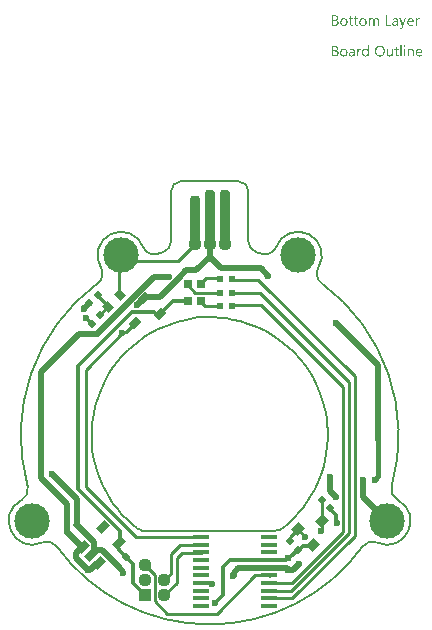
<source format=gbl>
G04*
G04 #@! TF.GenerationSoftware,Altium Limited,Altium Designer,21.9.2 (33)*
G04*
G04 Layer_Physical_Order=2*
G04 Layer_Color=16711680*
%FSAX25Y25*%
%MOIN*%
G70*
G04*
G04 #@! TF.SameCoordinates,769468AF-EC4D-4854-9D34-422089E218C9*
G04*
G04*
G04 #@! TF.FilePolarity,Positive*
G04*
G01*
G75*
%ADD10C,0.01968*%
%ADD11C,0.00787*%
%ADD18R,0.02165X0.01968*%
G04:AMPARAMS|DCode=19|XSize=19.68mil|YSize=21.65mil|CornerRadius=0mil|HoleSize=0mil|Usage=FLASHONLY|Rotation=45.000|XOffset=0mil|YOffset=0mil|HoleType=Round|Shape=Rectangle|*
%AMROTATEDRECTD19*
4,1,4,0.00070,-0.01462,-0.01462,0.00070,-0.00070,0.01462,0.01462,-0.00070,0.00070,-0.01462,0.0*
%
%ADD19ROTATEDRECTD19*%

%ADD39C,0.01575*%
%ADD40C,0.00984*%
%ADD42C,0.01181*%
%ADD43R,0.04370X0.04370*%
%ADD44C,0.04370*%
%ADD45C,0.11811*%
%ADD46C,0.02362*%
%ADD47R,0.05315X0.01575*%
G04:AMPARAMS|DCode=48|XSize=35.43mil|YSize=169.29mil|CornerRadius=13.82mil|HoleSize=0mil|Usage=FLASHONLY|Rotation=180.000|XOffset=0mil|YOffset=0mil|HoleType=Round|Shape=RoundedRectangle|*
%AMROUNDEDRECTD48*
21,1,0.03543,0.14165,0,0,180.0*
21,1,0.00780,0.16929,0,0,180.0*
1,1,0.02764,-0.00390,0.07083*
1,1,0.02764,0.00390,0.07083*
1,1,0.02764,0.00390,-0.07083*
1,1,0.02764,-0.00390,-0.07083*
%
%ADD48ROUNDEDRECTD48*%
G04:AMPARAMS|DCode=49|XSize=35.43mil|YSize=188.98mil|CornerRadius=13.82mil|HoleSize=0mil|Usage=FLASHONLY|Rotation=180.000|XOffset=0mil|YOffset=0mil|HoleType=Round|Shape=RoundedRectangle|*
%AMROUNDEDRECTD49*
21,1,0.03543,0.16134,0,0,180.0*
21,1,0.00780,0.18898,0,0,180.0*
1,1,0.02764,-0.00390,0.08067*
1,1,0.02764,0.00390,0.08067*
1,1,0.02764,0.00390,-0.08067*
1,1,0.02764,-0.00390,-0.08067*
%
%ADD49ROUNDEDRECTD49*%
%ADD50R,0.02559X0.03150*%
G04:AMPARAMS|DCode=51|XSize=31.5mil|YSize=35.43mil|CornerRadius=0mil|HoleSize=0mil|Usage=FLASHONLY|Rotation=315.000|XOffset=0mil|YOffset=0mil|HoleType=Round|Shape=Rectangle|*
%AMROTATEDRECTD51*
4,1,4,-0.02366,-0.00139,0.00139,0.02366,0.02366,0.00139,-0.00139,-0.02366,-0.02366,-0.00139,0.0*
%
%ADD51ROTATEDRECTD51*%

G04:AMPARAMS|DCode=52|XSize=23.62mil|YSize=35.43mil|CornerRadius=0mil|HoleSize=0mil|Usage=FLASHONLY|Rotation=135.000|XOffset=0mil|YOffset=0mil|HoleType=Round|Shape=Rectangle|*
%AMROTATEDRECTD52*
4,1,4,0.02088,0.00418,-0.00418,-0.02088,-0.02088,-0.00418,0.00418,0.02088,0.02088,0.00418,0.0*
%
%ADD52ROTATEDRECTD52*%

G04:AMPARAMS|DCode=53|XSize=27.56mil|YSize=39.37mil|CornerRadius=0mil|HoleSize=0mil|Usage=FLASHONLY|Rotation=315.000|XOffset=0mil|YOffset=0mil|HoleType=Round|Shape=Rectangle|*
%AMROTATEDRECTD53*
4,1,4,-0.02366,-0.00418,0.00418,0.02366,0.02366,0.00418,-0.00418,-0.02366,-0.02366,-0.00418,0.0*
%
%ADD53ROTATEDRECTD53*%

G04:AMPARAMS|DCode=54|XSize=21.65mil|YSize=19.68mil|CornerRadius=0mil|HoleSize=0mil|Usage=FLASHONLY|Rotation=45.000|XOffset=0mil|YOffset=0mil|HoleType=Round|Shape=Rectangle|*
%AMROTATEDRECTD54*
4,1,4,-0.00070,-0.01462,-0.01462,-0.00070,0.00070,0.01462,0.01462,0.00070,-0.00070,-0.01462,0.0*
%
%ADD54ROTATEDRECTD54*%

G04:AMPARAMS|DCode=55|XSize=21.65mil|YSize=19.68mil|CornerRadius=0mil|HoleSize=0mil|Usage=FLASHONLY|Rotation=315.000|XOffset=0mil|YOffset=0mil|HoleType=Round|Shape=Rectangle|*
%AMROTATEDRECTD55*
4,1,4,-0.01462,0.00070,-0.00070,0.01462,0.01462,-0.00070,0.00070,-0.01462,-0.01462,0.00070,0.0*
%
%ADD55ROTATEDRECTD55*%

%ADD56R,0.01968X0.02165*%
G04:AMPARAMS|DCode=57|XSize=23.62mil|YSize=31.5mil|CornerRadius=0mil|HoleSize=0mil|Usage=FLASHONLY|Rotation=225.000|XOffset=0mil|YOffset=0mil|HoleType=Round|Shape=Rectangle|*
%AMROTATEDRECTD57*
4,1,4,-0.00278,0.01949,0.01949,-0.00278,0.00278,-0.01949,-0.01949,0.00278,-0.00278,0.01949,0.0*
%
%ADD57ROTATEDRECTD57*%

%ADD58C,0.01378*%
%ADD59C,0.00591*%
G36*
X0055783Y0138194D02*
X0055839Y0138181D01*
X0055901Y0138169D01*
X0055969Y0138144D01*
X0056049Y0138113D01*
X0056123Y0138070D01*
X0056204Y0138020D01*
X0056278Y0137952D01*
X0056346Y0137866D01*
X0056408Y0137767D01*
X0056464Y0137655D01*
X0056501Y0137513D01*
X0056532Y0137358D01*
X0056538Y0137179D01*
Y0135631D01*
X0056136D01*
Y0137073D01*
Y0137080D01*
Y0137092D01*
Y0137110D01*
Y0137142D01*
X0056129Y0137216D01*
X0056117Y0137302D01*
X0056105Y0137401D01*
X0056080Y0137501D01*
X0056049Y0137593D01*
X0056006Y0137674D01*
X0056000Y0137680D01*
X0055981Y0137705D01*
X0055950Y0137736D01*
X0055901Y0137767D01*
X0055845Y0137804D01*
X0055770Y0137829D01*
X0055678Y0137853D01*
X0055572Y0137859D01*
X0055560D01*
X0055529Y0137853D01*
X0055480Y0137847D01*
X0055418Y0137829D01*
X0055350Y0137804D01*
X0055275Y0137760D01*
X0055201Y0137705D01*
X0055133Y0137624D01*
X0055127Y0137612D01*
X0055108Y0137581D01*
X0055077Y0137531D01*
X0055046Y0137463D01*
X0055009Y0137383D01*
X0054984Y0137290D01*
X0054960Y0137179D01*
X0054953Y0137061D01*
Y0135631D01*
X0054551D01*
Y0137123D01*
Y0137129D01*
Y0137154D01*
X0054545Y0137191D01*
Y0137241D01*
X0054532Y0137296D01*
X0054520Y0137358D01*
X0054502Y0137420D01*
X0054483Y0137494D01*
X0054452Y0137562D01*
X0054415Y0137624D01*
X0054365Y0137686D01*
X0054310Y0137742D01*
X0054248Y0137791D01*
X0054167Y0137829D01*
X0054081Y0137853D01*
X0053982Y0137859D01*
X0053969D01*
X0053938Y0137853D01*
X0053889Y0137847D01*
X0053827Y0137835D01*
X0053759Y0137804D01*
X0053685Y0137767D01*
X0053610Y0137711D01*
X0053542Y0137637D01*
X0053536Y0137624D01*
X0053517Y0137600D01*
X0053486Y0137550D01*
X0053456Y0137482D01*
X0053425Y0137401D01*
X0053394Y0137302D01*
X0053375Y0137191D01*
X0053369Y0137061D01*
Y0135631D01*
X0052966D01*
Y0138144D01*
X0053369D01*
Y0137742D01*
X0053381D01*
X0053387Y0137748D01*
X0053394Y0137760D01*
X0053412Y0137785D01*
X0053431Y0137816D01*
X0053493Y0137884D01*
X0053579Y0137971D01*
X0053691Y0138058D01*
X0053821Y0138126D01*
X0053901Y0138157D01*
X0053982Y0138181D01*
X0054068Y0138194D01*
X0054161Y0138200D01*
X0054204D01*
X0054254Y0138194D01*
X0054316Y0138181D01*
X0054384Y0138163D01*
X0054458Y0138138D01*
X0054532Y0138107D01*
X0054607Y0138058D01*
X0054613Y0138051D01*
X0054638Y0138033D01*
X0054669Y0138002D01*
X0054712Y0137959D01*
X0054755Y0137903D01*
X0054799Y0137841D01*
X0054842Y0137767D01*
X0054873Y0137680D01*
X0054879Y0137686D01*
X0054885Y0137705D01*
X0054904Y0137730D01*
X0054922Y0137760D01*
X0054953Y0137804D01*
X0054991Y0137847D01*
X0055034Y0137891D01*
X0055083Y0137940D01*
X0055139Y0137989D01*
X0055201Y0138033D01*
X0055269Y0138082D01*
X0055343Y0138119D01*
X0055424Y0138150D01*
X0055511Y0138175D01*
X0055610Y0138194D01*
X0055709Y0138200D01*
X0055746D01*
X0055783Y0138194D01*
D02*
G37*
G36*
X0069816Y0138181D02*
X0069890Y0138175D01*
X0069933Y0138163D01*
X0069964Y0138150D01*
Y0137736D01*
X0069958Y0137742D01*
X0069946Y0137748D01*
X0069921Y0137760D01*
X0069890Y0137779D01*
X0069847Y0137791D01*
X0069791Y0137804D01*
X0069729Y0137810D01*
X0069661Y0137816D01*
X0069648D01*
X0069618Y0137810D01*
X0069568Y0137804D01*
X0069512Y0137785D01*
X0069438Y0137754D01*
X0069370Y0137711D01*
X0069296Y0137649D01*
X0069228Y0137569D01*
X0069221Y0137556D01*
X0069203Y0137525D01*
X0069172Y0137469D01*
X0069141Y0137395D01*
X0069110Y0137302D01*
X0069079Y0137185D01*
X0069060Y0137055D01*
X0069054Y0136906D01*
Y0135631D01*
X0068652D01*
Y0138144D01*
X0069054D01*
Y0137624D01*
X0069067D01*
Y0137630D01*
X0069073Y0137637D01*
X0069085Y0137668D01*
X0069104Y0137717D01*
X0069135Y0137779D01*
X0069166Y0137841D01*
X0069215Y0137909D01*
X0069265Y0137977D01*
X0069327Y0138039D01*
X0069333Y0138045D01*
X0069358Y0138064D01*
X0069395Y0138089D01*
X0069444Y0138113D01*
X0069500Y0138138D01*
X0069568Y0138163D01*
X0069642Y0138181D01*
X0069723Y0138188D01*
X0069779D01*
X0069816Y0138181D01*
D02*
G37*
G36*
X0064437Y0135229D02*
X0064430Y0135223D01*
X0064424Y0135198D01*
X0064406Y0135154D01*
X0064381Y0135105D01*
X0064350Y0135049D01*
X0064306Y0134981D01*
X0064263Y0134913D01*
X0064214Y0134839D01*
X0064152Y0134765D01*
X0064090Y0134696D01*
X0064016Y0134628D01*
X0063935Y0134573D01*
X0063855Y0134523D01*
X0063762Y0134480D01*
X0063669Y0134455D01*
X0063564Y0134449D01*
X0063508D01*
X0063471Y0134455D01*
X0063390Y0134467D01*
X0063304Y0134486D01*
Y0134845D01*
X0063310D01*
X0063328Y0134839D01*
X0063353Y0134833D01*
X0063384Y0134826D01*
X0063459Y0134808D01*
X0063539Y0134802D01*
X0063551D01*
X0063589Y0134808D01*
X0063644Y0134820D01*
X0063712Y0134845D01*
X0063787Y0134888D01*
X0063824Y0134919D01*
X0063861Y0134956D01*
X0063898Y0134994D01*
X0063935Y0135043D01*
X0063966Y0135099D01*
X0063997Y0135161D01*
X0064201Y0135631D01*
X0063217Y0138144D01*
X0063663D01*
X0064344Y0136207D01*
Y0136201D01*
X0064350Y0136188D01*
X0064356Y0136170D01*
X0064362Y0136145D01*
X0064368Y0136108D01*
X0064381Y0136071D01*
X0064393Y0136015D01*
X0064412D01*
Y0136027D01*
X0064424Y0136064D01*
X0064437Y0136120D01*
X0064461Y0136201D01*
X0065173Y0138144D01*
X0065588D01*
X0064437Y0135229D01*
D02*
G37*
G36*
X0062029Y0138194D02*
X0062084Y0138188D01*
X0062152Y0138169D01*
X0062227Y0138150D01*
X0062307Y0138119D01*
X0062394Y0138082D01*
X0062474Y0138033D01*
X0062555Y0137971D01*
X0062629Y0137897D01*
X0062697Y0137804D01*
X0062753Y0137699D01*
X0062796Y0137575D01*
X0062821Y0137432D01*
X0062833Y0137265D01*
Y0135631D01*
X0062431D01*
Y0136021D01*
X0062419D01*
Y0136015D01*
X0062406Y0136003D01*
X0062394Y0135978D01*
X0062369Y0135953D01*
X0062307Y0135879D01*
X0062227Y0135798D01*
X0062115Y0135718D01*
X0061985Y0135643D01*
X0061905Y0135619D01*
X0061824Y0135594D01*
X0061738Y0135582D01*
X0061645Y0135575D01*
X0061608D01*
X0061583Y0135582D01*
X0061515Y0135588D01*
X0061434Y0135600D01*
X0061335Y0135625D01*
X0061243Y0135656D01*
X0061143Y0135705D01*
X0061057Y0135767D01*
X0061051Y0135780D01*
X0061026Y0135804D01*
X0060989Y0135848D01*
X0060952Y0135910D01*
X0060914Y0135984D01*
X0060877Y0136071D01*
X0060852Y0136176D01*
X0060846Y0136293D01*
Y0136300D01*
Y0136324D01*
X0060852Y0136362D01*
X0060859Y0136405D01*
X0060871Y0136461D01*
X0060890Y0136522D01*
X0060914Y0136591D01*
X0060952Y0136659D01*
X0060995Y0136733D01*
X0061051Y0136807D01*
X0061119Y0136875D01*
X0061199Y0136937D01*
X0061292Y0136999D01*
X0061403Y0137049D01*
X0061527Y0137086D01*
X0061676Y0137117D01*
X0062431Y0137222D01*
Y0137228D01*
Y0137247D01*
X0062425Y0137284D01*
Y0137321D01*
X0062412Y0137371D01*
X0062406Y0137426D01*
X0062369Y0137544D01*
X0062338Y0137600D01*
X0062307Y0137655D01*
X0062264Y0137711D01*
X0062214Y0137760D01*
X0062152Y0137804D01*
X0062084Y0137835D01*
X0062004Y0137853D01*
X0061911Y0137859D01*
X0061868D01*
X0061837Y0137853D01*
X0061793D01*
X0061750Y0137841D01*
X0061639Y0137822D01*
X0061515Y0137785D01*
X0061379Y0137730D01*
X0061304Y0137692D01*
X0061236Y0137655D01*
X0061162Y0137606D01*
X0061094Y0137550D01*
Y0137965D01*
X0061100D01*
X0061112Y0137977D01*
X0061131Y0137989D01*
X0061162Y0138002D01*
X0061193Y0138020D01*
X0061236Y0138039D01*
X0061286Y0138058D01*
X0061342Y0138082D01*
X0061465Y0138126D01*
X0061614Y0138163D01*
X0061775Y0138188D01*
X0061948Y0138200D01*
X0061985D01*
X0062029Y0138194D01*
D02*
G37*
G36*
X0059138Y0136003D02*
X0060549D01*
Y0135631D01*
X0058723D01*
Y0139147D01*
X0059138D01*
Y0136003D01*
D02*
G37*
G36*
X0041923Y0139141D02*
X0041967D01*
X0042010Y0139135D01*
X0042109Y0139122D01*
X0042227Y0139091D01*
X0042351Y0139054D01*
X0042468Y0138998D01*
X0042573Y0138924D01*
X0042580D01*
X0042586Y0138912D01*
X0042617Y0138887D01*
X0042660Y0138838D01*
X0042710Y0138769D01*
X0042753Y0138683D01*
X0042796Y0138584D01*
X0042827Y0138472D01*
X0042840Y0138410D01*
Y0138342D01*
Y0138336D01*
Y0138330D01*
Y0138293D01*
X0042833Y0138237D01*
X0042821Y0138169D01*
X0042803Y0138082D01*
X0042772Y0137996D01*
X0042734Y0137909D01*
X0042679Y0137822D01*
X0042673Y0137810D01*
X0042648Y0137785D01*
X0042611Y0137748D01*
X0042561Y0137699D01*
X0042499Y0137649D01*
X0042425Y0137593D01*
X0042332Y0137550D01*
X0042233Y0137507D01*
Y0137501D01*
X0042252D01*
X0042270Y0137494D01*
X0042289Y0137488D01*
X0042357Y0137476D01*
X0042437Y0137451D01*
X0042524Y0137414D01*
X0042617Y0137371D01*
X0042710Y0137309D01*
X0042796Y0137228D01*
X0042809Y0137216D01*
X0042833Y0137185D01*
X0042864Y0137142D01*
X0042908Y0137073D01*
X0042945Y0136987D01*
X0042982Y0136888D01*
X0043007Y0136770D01*
X0043013Y0136640D01*
Y0136634D01*
Y0136621D01*
Y0136597D01*
X0043007Y0136566D01*
X0043001Y0136529D01*
X0042994Y0136485D01*
X0042970Y0136380D01*
X0042933Y0136263D01*
X0042877Y0136139D01*
X0042840Y0136083D01*
X0042796Y0136021D01*
X0042741Y0135965D01*
X0042685Y0135910D01*
X0042679D01*
X0042673Y0135897D01*
X0042654Y0135885D01*
X0042629Y0135866D01*
X0042598Y0135848D01*
X0042555Y0135823D01*
X0042462Y0135774D01*
X0042344Y0135718D01*
X0042208Y0135674D01*
X0042047Y0135643D01*
X0041967Y0135637D01*
X0041874Y0135631D01*
X0040846D01*
Y0139147D01*
X0041892D01*
X0041923Y0139141D01*
D02*
G37*
G36*
X0048850Y0138144D02*
X0049488D01*
Y0137798D01*
X0048850D01*
Y0136380D01*
Y0136368D01*
Y0136337D01*
X0048856Y0136293D01*
X0048862Y0136238D01*
X0048887Y0136120D01*
X0048906Y0136064D01*
X0048937Y0136021D01*
X0048943Y0136015D01*
X0048955Y0136003D01*
X0048974Y0135990D01*
X0049005Y0135972D01*
X0049042Y0135947D01*
X0049092Y0135934D01*
X0049153Y0135922D01*
X0049222Y0135916D01*
X0049246D01*
X0049277Y0135922D01*
X0049314Y0135928D01*
X0049401Y0135953D01*
X0049444Y0135972D01*
X0049488Y0135996D01*
Y0135650D01*
X0049481D01*
X0049463Y0135637D01*
X0049432Y0135631D01*
X0049389Y0135619D01*
X0049333Y0135606D01*
X0049271Y0135594D01*
X0049197Y0135588D01*
X0049110Y0135582D01*
X0049079D01*
X0049048Y0135588D01*
X0049005Y0135594D01*
X0048955Y0135606D01*
X0048900Y0135619D01*
X0048844Y0135643D01*
X0048782Y0135674D01*
X0048720Y0135712D01*
X0048658Y0135761D01*
X0048603Y0135817D01*
X0048553Y0135891D01*
X0048510Y0135972D01*
X0048479Y0136071D01*
X0048454Y0136182D01*
X0048448Y0136312D01*
Y0137798D01*
X0048021D01*
Y0138144D01*
X0048448D01*
Y0138757D01*
X0048850Y0138887D01*
Y0138144D01*
D02*
G37*
G36*
X0047148D02*
X0047785D01*
Y0137798D01*
X0047148D01*
Y0136380D01*
Y0136368D01*
Y0136337D01*
X0047154Y0136293D01*
X0047160Y0136238D01*
X0047185Y0136120D01*
X0047204Y0136064D01*
X0047234Y0136021D01*
X0047241Y0136015D01*
X0047253Y0136003D01*
X0047272Y0135990D01*
X0047303Y0135972D01*
X0047340Y0135947D01*
X0047389Y0135934D01*
X0047451Y0135922D01*
X0047519Y0135916D01*
X0047544D01*
X0047575Y0135922D01*
X0047612Y0135928D01*
X0047699Y0135953D01*
X0047742Y0135972D01*
X0047785Y0135996D01*
Y0135650D01*
X0047779D01*
X0047761Y0135637D01*
X0047730Y0135631D01*
X0047686Y0135619D01*
X0047631Y0135606D01*
X0047569Y0135594D01*
X0047495Y0135588D01*
X0047408Y0135582D01*
X0047377D01*
X0047346Y0135588D01*
X0047303Y0135594D01*
X0047253Y0135606D01*
X0047197Y0135619D01*
X0047142Y0135643D01*
X0047080Y0135674D01*
X0047018Y0135712D01*
X0046956Y0135761D01*
X0046900Y0135817D01*
X0046851Y0135891D01*
X0046807Y0135972D01*
X0046777Y0136071D01*
X0046752Y0136182D01*
X0046745Y0136312D01*
Y0137798D01*
X0046318D01*
Y0138144D01*
X0046745D01*
Y0138757D01*
X0047148Y0138887D01*
Y0138144D01*
D02*
G37*
G36*
X0067092Y0138194D02*
X0067135Y0138188D01*
X0067179Y0138181D01*
X0067290Y0138163D01*
X0067414Y0138119D01*
X0067538Y0138064D01*
X0067600Y0138027D01*
X0067661Y0137983D01*
X0067717Y0137934D01*
X0067773Y0137878D01*
X0067779Y0137872D01*
X0067785Y0137866D01*
X0067798Y0137847D01*
X0067816Y0137822D01*
X0067835Y0137785D01*
X0067860Y0137748D01*
X0067884Y0137705D01*
X0067909Y0137649D01*
X0067934Y0137587D01*
X0067959Y0137525D01*
X0067983Y0137451D01*
X0068002Y0137371D01*
X0068020Y0137284D01*
X0068033Y0137197D01*
X0068045Y0137098D01*
Y0136993D01*
Y0136782D01*
X0066269D01*
Y0136776D01*
Y0136764D01*
Y0136745D01*
X0066275Y0136714D01*
X0066281Y0136677D01*
Y0136640D01*
X0066300Y0136541D01*
X0066331Y0136442D01*
X0066368Y0136331D01*
X0066423Y0136225D01*
X0066492Y0136133D01*
X0066504Y0136120D01*
X0066529Y0136095D01*
X0066578Y0136064D01*
X0066646Y0136021D01*
X0066733Y0135978D01*
X0066832Y0135947D01*
X0066950Y0135922D01*
X0067086Y0135910D01*
X0067129D01*
X0067160Y0135916D01*
X0067197D01*
X0067241Y0135922D01*
X0067346Y0135947D01*
X0067463Y0135978D01*
X0067593Y0136027D01*
X0067730Y0136095D01*
X0067798Y0136139D01*
X0067866Y0136188D01*
Y0135811D01*
X0067860D01*
X0067853Y0135798D01*
X0067835Y0135792D01*
X0067804Y0135774D01*
X0067773Y0135755D01*
X0067736Y0135736D01*
X0067686Y0135718D01*
X0067637Y0135693D01*
X0067575Y0135668D01*
X0067507Y0135650D01*
X0067358Y0135612D01*
X0067185Y0135588D01*
X0066993Y0135575D01*
X0066944D01*
X0066906Y0135582D01*
X0066863Y0135588D01*
X0066807Y0135594D01*
X0066690Y0135619D01*
X0066553Y0135656D01*
X0066417Y0135718D01*
X0066349Y0135761D01*
X0066281Y0135804D01*
X0066219Y0135854D01*
X0066157Y0135916D01*
X0066151Y0135922D01*
X0066145Y0135934D01*
X0066133Y0135953D01*
X0066108Y0135978D01*
X0066089Y0136015D01*
X0066065Y0136058D01*
X0066034Y0136108D01*
X0066009Y0136163D01*
X0065978Y0136225D01*
X0065953Y0136300D01*
X0065922Y0136380D01*
X0065904Y0136467D01*
X0065885Y0136560D01*
X0065866Y0136659D01*
X0065860Y0136764D01*
X0065854Y0136875D01*
Y0136881D01*
Y0136900D01*
Y0136931D01*
X0065860Y0136974D01*
X0065866Y0137024D01*
X0065873Y0137080D01*
X0065879Y0137148D01*
X0065897Y0137216D01*
X0065934Y0137364D01*
X0065990Y0137525D01*
X0066027Y0137606D01*
X0066077Y0137680D01*
X0066126Y0137760D01*
X0066182Y0137829D01*
X0066188Y0137835D01*
X0066201Y0137847D01*
X0066219Y0137866D01*
X0066244Y0137884D01*
X0066275Y0137915D01*
X0066312Y0137946D01*
X0066362Y0137977D01*
X0066411Y0138014D01*
X0066529Y0138082D01*
X0066671Y0138144D01*
X0066752Y0138163D01*
X0066832Y0138181D01*
X0066919Y0138194D01*
X0067012Y0138200D01*
X0067061D01*
X0067092Y0138194D01*
D02*
G37*
G36*
X0051227D02*
X0051270Y0138188D01*
X0051326Y0138181D01*
X0051450Y0138157D01*
X0051592Y0138113D01*
X0051735Y0138051D01*
X0051809Y0138014D01*
X0051877Y0137971D01*
X0051945Y0137915D01*
X0052007Y0137853D01*
X0052013Y0137847D01*
X0052019Y0137835D01*
X0052038Y0137816D01*
X0052056Y0137791D01*
X0052081Y0137754D01*
X0052106Y0137711D01*
X0052137Y0137661D01*
X0052168Y0137606D01*
X0052193Y0137538D01*
X0052224Y0137469D01*
X0052248Y0137389D01*
X0052273Y0137302D01*
X0052292Y0137209D01*
X0052310Y0137110D01*
X0052316Y0137005D01*
X0052323Y0136894D01*
Y0136888D01*
Y0136869D01*
Y0136838D01*
X0052316Y0136795D01*
X0052310Y0136745D01*
X0052304Y0136683D01*
X0052292Y0136621D01*
X0052279Y0136547D01*
X0052242Y0136399D01*
X0052180Y0136238D01*
X0052143Y0136157D01*
X0052094Y0136077D01*
X0052044Y0136003D01*
X0051982Y0135934D01*
X0051976Y0135928D01*
X0051964Y0135922D01*
X0051945Y0135904D01*
X0051920Y0135879D01*
X0051883Y0135854D01*
X0051846Y0135823D01*
X0051797Y0135786D01*
X0051741Y0135755D01*
X0051679Y0135724D01*
X0051611Y0135687D01*
X0051537Y0135656D01*
X0051456Y0135631D01*
X0051369Y0135606D01*
X0051277Y0135594D01*
X0051178Y0135582D01*
X0051072Y0135575D01*
X0051017D01*
X0050980Y0135582D01*
X0050936Y0135588D01*
X0050880Y0135594D01*
X0050819Y0135606D01*
X0050750Y0135619D01*
X0050608Y0135662D01*
X0050459Y0135724D01*
X0050385Y0135761D01*
X0050317Y0135811D01*
X0050249Y0135860D01*
X0050181Y0135922D01*
X0050175Y0135928D01*
X0050169Y0135941D01*
X0050150Y0135959D01*
X0050131Y0135984D01*
X0050107Y0136021D01*
X0050076Y0136064D01*
X0050045Y0136114D01*
X0050020Y0136170D01*
X0049989Y0136238D01*
X0049958Y0136306D01*
X0049927Y0136380D01*
X0049902Y0136467D01*
X0049865Y0136652D01*
X0049859Y0136751D01*
X0049853Y0136857D01*
Y0136863D01*
Y0136888D01*
Y0136919D01*
X0049859Y0136962D01*
X0049865Y0137012D01*
X0049872Y0137073D01*
X0049884Y0137142D01*
X0049896Y0137216D01*
X0049933Y0137377D01*
X0049995Y0137538D01*
X0050039Y0137618D01*
X0050082Y0137699D01*
X0050131Y0137773D01*
X0050193Y0137841D01*
X0050200Y0137847D01*
X0050212Y0137859D01*
X0050230Y0137872D01*
X0050255Y0137897D01*
X0050292Y0137921D01*
X0050336Y0137952D01*
X0050385Y0137989D01*
X0050441Y0138020D01*
X0050503Y0138051D01*
X0050577Y0138089D01*
X0050651Y0138119D01*
X0050738Y0138144D01*
X0050825Y0138169D01*
X0050924Y0138188D01*
X0051029Y0138194D01*
X0051134Y0138200D01*
X0051190D01*
X0051227Y0138194D01*
D02*
G37*
G36*
X0044876D02*
X0044919Y0138188D01*
X0044975Y0138181D01*
X0045099Y0138157D01*
X0045241Y0138113D01*
X0045384Y0138051D01*
X0045458Y0138014D01*
X0045526Y0137971D01*
X0045594Y0137915D01*
X0045656Y0137853D01*
X0045662Y0137847D01*
X0045669Y0137835D01*
X0045687Y0137816D01*
X0045706Y0137791D01*
X0045730Y0137754D01*
X0045755Y0137711D01*
X0045786Y0137661D01*
X0045817Y0137606D01*
X0045842Y0137538D01*
X0045873Y0137469D01*
X0045897Y0137389D01*
X0045922Y0137302D01*
X0045941Y0137209D01*
X0045959Y0137110D01*
X0045966Y0137005D01*
X0045972Y0136894D01*
Y0136888D01*
Y0136869D01*
Y0136838D01*
X0045966Y0136795D01*
X0045959Y0136745D01*
X0045953Y0136683D01*
X0045941Y0136621D01*
X0045928Y0136547D01*
X0045891Y0136399D01*
X0045829Y0136238D01*
X0045792Y0136157D01*
X0045743Y0136077D01*
X0045693Y0136003D01*
X0045631Y0135934D01*
X0045625Y0135928D01*
X0045613Y0135922D01*
X0045594Y0135904D01*
X0045569Y0135879D01*
X0045532Y0135854D01*
X0045495Y0135823D01*
X0045446Y0135786D01*
X0045390Y0135755D01*
X0045328Y0135724D01*
X0045260Y0135687D01*
X0045186Y0135656D01*
X0045105Y0135631D01*
X0045019Y0135606D01*
X0044926Y0135594D01*
X0044827Y0135582D01*
X0044721Y0135575D01*
X0044666D01*
X0044629Y0135582D01*
X0044585Y0135588D01*
X0044530Y0135594D01*
X0044468Y0135606D01*
X0044399Y0135619D01*
X0044257Y0135662D01*
X0044109Y0135724D01*
X0044034Y0135761D01*
X0043966Y0135811D01*
X0043898Y0135860D01*
X0043830Y0135922D01*
X0043824Y0135928D01*
X0043818Y0135941D01*
X0043799Y0135959D01*
X0043780Y0135984D01*
X0043756Y0136021D01*
X0043725Y0136064D01*
X0043694Y0136114D01*
X0043669Y0136170D01*
X0043638Y0136238D01*
X0043607Y0136306D01*
X0043576Y0136380D01*
X0043551Y0136467D01*
X0043514Y0136652D01*
X0043508Y0136751D01*
X0043502Y0136857D01*
Y0136863D01*
Y0136888D01*
Y0136919D01*
X0043508Y0136962D01*
X0043514Y0137012D01*
X0043521Y0137073D01*
X0043533Y0137142D01*
X0043545Y0137216D01*
X0043582Y0137377D01*
X0043644Y0137538D01*
X0043688Y0137618D01*
X0043731Y0137699D01*
X0043780Y0137773D01*
X0043842Y0137841D01*
X0043849Y0137847D01*
X0043861Y0137859D01*
X0043880Y0137872D01*
X0043904Y0137897D01*
X0043941Y0137921D01*
X0043985Y0137952D01*
X0044034Y0137989D01*
X0044090Y0138020D01*
X0044152Y0138051D01*
X0044226Y0138089D01*
X0044300Y0138119D01*
X0044387Y0138144D01*
X0044474Y0138169D01*
X0044573Y0138188D01*
X0044678Y0138194D01*
X0044783Y0138200D01*
X0044839D01*
X0044876Y0138194D01*
D02*
G37*
G36*
X0065056Y0129114D02*
X0065080D01*
X0065136Y0129089D01*
X0065167Y0129071D01*
X0065198Y0129046D01*
X0065204Y0129040D01*
X0065210Y0129033D01*
X0065241Y0128996D01*
X0065266Y0128934D01*
X0065272Y0128897D01*
X0065278Y0128860D01*
Y0128854D01*
Y0128841D01*
X0065272Y0128823D01*
X0065266Y0128798D01*
X0065247Y0128736D01*
X0065223Y0128705D01*
X0065198Y0128674D01*
X0065192D01*
X0065185Y0128662D01*
X0065148Y0128637D01*
X0065093Y0128612D01*
X0065056Y0128606D01*
X0065018Y0128600D01*
X0065000D01*
X0064981Y0128606D01*
X0064956D01*
X0064895Y0128631D01*
X0064864Y0128643D01*
X0064833Y0128668D01*
Y0128674D01*
X0064820Y0128681D01*
X0064808Y0128699D01*
X0064796Y0128718D01*
X0064771Y0128780D01*
X0064765Y0128817D01*
X0064758Y0128860D01*
Y0128866D01*
Y0128879D01*
X0064765Y0128897D01*
X0064771Y0128928D01*
X0064789Y0128984D01*
X0064808Y0129015D01*
X0064833Y0129046D01*
X0064839Y0129052D01*
X0064845Y0129058D01*
X0064882Y0129083D01*
X0064944Y0129108D01*
X0064981Y0129120D01*
X0065037D01*
X0065056Y0129114D01*
D02*
G37*
G36*
X0053066Y0125449D02*
X0052663D01*
Y0125870D01*
X0052651D01*
Y0125864D01*
X0052638Y0125852D01*
X0052620Y0125827D01*
X0052601Y0125796D01*
X0052570Y0125759D01*
X0052533Y0125722D01*
X0052490Y0125678D01*
X0052440Y0125635D01*
X0052385Y0125586D01*
X0052316Y0125542D01*
X0052248Y0125505D01*
X0052168Y0125468D01*
X0052087Y0125437D01*
X0051995Y0125412D01*
X0051896Y0125400D01*
X0051790Y0125394D01*
X0051747D01*
X0051710Y0125400D01*
X0051673Y0125406D01*
X0051623Y0125412D01*
X0051518Y0125437D01*
X0051394Y0125474D01*
X0051270Y0125536D01*
X0051202Y0125573D01*
X0051147Y0125617D01*
X0051085Y0125672D01*
X0051029Y0125728D01*
Y0125734D01*
X0051017Y0125747D01*
X0051004Y0125765D01*
X0050986Y0125790D01*
X0050967Y0125821D01*
X0050942Y0125864D01*
X0050918Y0125914D01*
X0050893Y0125969D01*
X0050862Y0126031D01*
X0050837Y0126099D01*
X0050812Y0126174D01*
X0050794Y0126254D01*
X0050775Y0126341D01*
X0050763Y0126440D01*
X0050757Y0126539D01*
X0050750Y0126644D01*
Y0126650D01*
Y0126669D01*
Y0126706D01*
X0050757Y0126749D01*
X0050763Y0126799D01*
X0050769Y0126861D01*
X0050775Y0126929D01*
X0050788Y0127003D01*
X0050825Y0127164D01*
X0050880Y0127331D01*
X0050918Y0127412D01*
X0050961Y0127492D01*
X0051004Y0127566D01*
X0051060Y0127641D01*
X0051066Y0127647D01*
X0051072Y0127659D01*
X0051091Y0127678D01*
X0051116Y0127703D01*
X0051147Y0127727D01*
X0051190Y0127758D01*
X0051233Y0127795D01*
X0051283Y0127832D01*
X0051407Y0127901D01*
X0051549Y0127963D01*
X0051629Y0127981D01*
X0051716Y0128000D01*
X0051803Y0128012D01*
X0051902Y0128018D01*
X0051951D01*
X0051988Y0128012D01*
X0052026Y0128006D01*
X0052075Y0128000D01*
X0052187Y0127969D01*
X0052310Y0127919D01*
X0052372Y0127888D01*
X0052434Y0127845D01*
X0052496Y0127802D01*
X0052552Y0127746D01*
X0052601Y0127684D01*
X0052651Y0127610D01*
X0052663D01*
Y0129170D01*
X0053066D01*
Y0125449D01*
D02*
G37*
G36*
X0067334Y0128012D02*
X0067408Y0128006D01*
X0067501Y0127987D01*
X0067600Y0127956D01*
X0067705Y0127907D01*
X0067810Y0127839D01*
X0067853Y0127802D01*
X0067897Y0127752D01*
X0067909Y0127740D01*
X0067934Y0127703D01*
X0067965Y0127641D01*
X0068008Y0127554D01*
X0068045Y0127449D01*
X0068082Y0127319D01*
X0068107Y0127164D01*
X0068113Y0126985D01*
Y0125449D01*
X0067711D01*
Y0126879D01*
Y0126885D01*
Y0126916D01*
X0067705Y0126954D01*
Y0127003D01*
X0067693Y0127065D01*
X0067680Y0127133D01*
X0067661Y0127207D01*
X0067637Y0127282D01*
X0067606Y0127356D01*
X0067569Y0127424D01*
X0067519Y0127492D01*
X0067463Y0127554D01*
X0067401Y0127603D01*
X0067321Y0127641D01*
X0067234Y0127672D01*
X0067129Y0127678D01*
X0067117D01*
X0067080Y0127672D01*
X0067024Y0127665D01*
X0066956Y0127647D01*
X0066875Y0127622D01*
X0066789Y0127579D01*
X0066708Y0127523D01*
X0066628Y0127449D01*
X0066622Y0127436D01*
X0066597Y0127412D01*
X0066566Y0127362D01*
X0066529Y0127294D01*
X0066492Y0127214D01*
X0066461Y0127114D01*
X0066436Y0127003D01*
X0066430Y0126879D01*
Y0125449D01*
X0066027D01*
Y0127963D01*
X0066430D01*
Y0127542D01*
X0066442D01*
X0066448Y0127548D01*
X0066454Y0127560D01*
X0066473Y0127585D01*
X0066498Y0127616D01*
X0066523Y0127653D01*
X0066560Y0127690D01*
X0066603Y0127734D01*
X0066653Y0127783D01*
X0066708Y0127826D01*
X0066770Y0127870D01*
X0066838Y0127907D01*
X0066913Y0127944D01*
X0066987Y0127975D01*
X0067074Y0128000D01*
X0067166Y0128012D01*
X0067265Y0128018D01*
X0067303D01*
X0067334Y0128012D01*
D02*
G37*
G36*
X0050336Y0128000D02*
X0050410Y0127994D01*
X0050453Y0127981D01*
X0050484Y0127969D01*
Y0127554D01*
X0050478Y0127560D01*
X0050466Y0127566D01*
X0050441Y0127579D01*
X0050410Y0127597D01*
X0050367Y0127610D01*
X0050311Y0127622D01*
X0050249Y0127628D01*
X0050181Y0127635D01*
X0050169D01*
X0050138Y0127628D01*
X0050088Y0127622D01*
X0050032Y0127603D01*
X0049958Y0127573D01*
X0049890Y0127529D01*
X0049816Y0127467D01*
X0049748Y0127387D01*
X0049742Y0127374D01*
X0049723Y0127343D01*
X0049692Y0127288D01*
X0049661Y0127214D01*
X0049630Y0127121D01*
X0049599Y0127003D01*
X0049580Y0126873D01*
X0049574Y0126725D01*
Y0125449D01*
X0049172D01*
Y0127963D01*
X0049574D01*
Y0127443D01*
X0049587D01*
Y0127449D01*
X0049593Y0127455D01*
X0049605Y0127486D01*
X0049624Y0127535D01*
X0049655Y0127597D01*
X0049686Y0127659D01*
X0049735Y0127727D01*
X0049785Y0127795D01*
X0049847Y0127857D01*
X0049853Y0127864D01*
X0049878Y0127882D01*
X0049915Y0127907D01*
X0049964Y0127932D01*
X0050020Y0127956D01*
X0050088Y0127981D01*
X0050162Y0128000D01*
X0050243Y0128006D01*
X0050299D01*
X0050336Y0128000D01*
D02*
G37*
G36*
X0061075Y0125449D02*
X0060673D01*
Y0125846D01*
X0060661D01*
Y0125839D01*
X0060648Y0125827D01*
X0060636Y0125802D01*
X0060611Y0125777D01*
X0060555Y0125703D01*
X0060469Y0125623D01*
X0060419Y0125579D01*
X0060364Y0125536D01*
X0060302Y0125499D01*
X0060227Y0125462D01*
X0060153Y0125437D01*
X0060073Y0125412D01*
X0059980Y0125400D01*
X0059887Y0125394D01*
X0059850D01*
X0059806Y0125400D01*
X0059745Y0125412D01*
X0059676Y0125425D01*
X0059602Y0125449D01*
X0059522Y0125480D01*
X0059441Y0125530D01*
X0059355Y0125586D01*
X0059274Y0125654D01*
X0059200Y0125740D01*
X0059132Y0125846D01*
X0059070Y0125963D01*
X0059026Y0126105D01*
X0059002Y0126273D01*
X0058989Y0126359D01*
Y0126458D01*
Y0127963D01*
X0059386D01*
Y0126520D01*
Y0126514D01*
Y0126489D01*
X0059392Y0126446D01*
X0059398Y0126397D01*
X0059404Y0126335D01*
X0059416Y0126273D01*
X0059435Y0126198D01*
X0059460Y0126124D01*
X0059497Y0126050D01*
X0059534Y0125982D01*
X0059584Y0125914D01*
X0059645Y0125852D01*
X0059714Y0125802D01*
X0059794Y0125765D01*
X0059893Y0125734D01*
X0059998Y0125728D01*
X0060011D01*
X0060048Y0125734D01*
X0060103Y0125740D01*
X0060165Y0125753D01*
X0060246Y0125784D01*
X0060326Y0125821D01*
X0060407Y0125870D01*
X0060481Y0125945D01*
X0060487Y0125957D01*
X0060512Y0125982D01*
X0060543Y0126031D01*
X0060580Y0126099D01*
X0060611Y0126180D01*
X0060642Y0126279D01*
X0060667Y0126390D01*
X0060673Y0126514D01*
Y0127963D01*
X0061075D01*
Y0125449D01*
D02*
G37*
G36*
X0065210D02*
X0064808D01*
Y0127963D01*
X0065210D01*
Y0125449D01*
D02*
G37*
G36*
X0063991D02*
X0063589D01*
Y0129170D01*
X0063991D01*
Y0125449D01*
D02*
G37*
G36*
X0047612Y0128012D02*
X0047668Y0128006D01*
X0047736Y0127987D01*
X0047810Y0127969D01*
X0047891Y0127938D01*
X0047977Y0127901D01*
X0048058Y0127851D01*
X0048138Y0127789D01*
X0048213Y0127715D01*
X0048281Y0127622D01*
X0048336Y0127517D01*
X0048380Y0127393D01*
X0048404Y0127251D01*
X0048417Y0127084D01*
Y0125449D01*
X0048015D01*
Y0125839D01*
X0048002D01*
Y0125833D01*
X0047990Y0125821D01*
X0047977Y0125796D01*
X0047953Y0125771D01*
X0047891Y0125697D01*
X0047810Y0125617D01*
X0047699Y0125536D01*
X0047569Y0125462D01*
X0047488Y0125437D01*
X0047408Y0125412D01*
X0047321Y0125400D01*
X0047228Y0125394D01*
X0047191D01*
X0047166Y0125400D01*
X0047098Y0125406D01*
X0047018Y0125418D01*
X0046919Y0125443D01*
X0046826Y0125474D01*
X0046727Y0125524D01*
X0046640Y0125586D01*
X0046634Y0125598D01*
X0046609Y0125623D01*
X0046572Y0125666D01*
X0046535Y0125728D01*
X0046498Y0125802D01*
X0046461Y0125889D01*
X0046436Y0125994D01*
X0046430Y0126112D01*
Y0126118D01*
Y0126143D01*
X0046436Y0126180D01*
X0046442Y0126223D01*
X0046455Y0126279D01*
X0046473Y0126341D01*
X0046498Y0126409D01*
X0046535Y0126477D01*
X0046578Y0126551D01*
X0046634Y0126626D01*
X0046702Y0126694D01*
X0046783Y0126755D01*
X0046876Y0126817D01*
X0046987Y0126867D01*
X0047111Y0126904D01*
X0047259Y0126935D01*
X0048015Y0127040D01*
Y0127046D01*
Y0127065D01*
X0048008Y0127102D01*
Y0127139D01*
X0047996Y0127189D01*
X0047990Y0127244D01*
X0047953Y0127362D01*
X0047922Y0127418D01*
X0047891Y0127473D01*
X0047847Y0127529D01*
X0047798Y0127579D01*
X0047736Y0127622D01*
X0047668Y0127653D01*
X0047587Y0127672D01*
X0047495Y0127678D01*
X0047451D01*
X0047420Y0127672D01*
X0047377D01*
X0047334Y0127659D01*
X0047222Y0127641D01*
X0047098Y0127603D01*
X0046962Y0127548D01*
X0046888Y0127511D01*
X0046820Y0127473D01*
X0046745Y0127424D01*
X0046677Y0127368D01*
Y0127783D01*
X0046684D01*
X0046696Y0127795D01*
X0046715Y0127808D01*
X0046745Y0127820D01*
X0046777Y0127839D01*
X0046820Y0127857D01*
X0046869Y0127876D01*
X0046925Y0127901D01*
X0047049Y0127944D01*
X0047197Y0127981D01*
X0047358Y0128006D01*
X0047532Y0128018D01*
X0047569D01*
X0047612Y0128012D01*
D02*
G37*
G36*
X0041923Y0128959D02*
X0041967D01*
X0042010Y0128953D01*
X0042109Y0128941D01*
X0042227Y0128910D01*
X0042351Y0128873D01*
X0042468Y0128817D01*
X0042573Y0128743D01*
X0042580D01*
X0042586Y0128730D01*
X0042617Y0128705D01*
X0042660Y0128656D01*
X0042710Y0128588D01*
X0042753Y0128501D01*
X0042796Y0128402D01*
X0042827Y0128291D01*
X0042840Y0128229D01*
Y0128161D01*
Y0128154D01*
Y0128148D01*
Y0128111D01*
X0042833Y0128055D01*
X0042821Y0127987D01*
X0042803Y0127901D01*
X0042772Y0127814D01*
X0042734Y0127727D01*
X0042679Y0127641D01*
X0042673Y0127628D01*
X0042648Y0127603D01*
X0042611Y0127566D01*
X0042561Y0127517D01*
X0042499Y0127467D01*
X0042425Y0127412D01*
X0042332Y0127368D01*
X0042233Y0127325D01*
Y0127319D01*
X0042252D01*
X0042270Y0127313D01*
X0042289Y0127306D01*
X0042357Y0127294D01*
X0042437Y0127269D01*
X0042524Y0127232D01*
X0042617Y0127189D01*
X0042710Y0127127D01*
X0042796Y0127046D01*
X0042809Y0127034D01*
X0042833Y0127003D01*
X0042864Y0126960D01*
X0042908Y0126892D01*
X0042945Y0126805D01*
X0042982Y0126706D01*
X0043007Y0126588D01*
X0043013Y0126458D01*
Y0126452D01*
Y0126440D01*
Y0126415D01*
X0043007Y0126384D01*
X0043001Y0126347D01*
X0042994Y0126304D01*
X0042970Y0126198D01*
X0042933Y0126081D01*
X0042877Y0125957D01*
X0042840Y0125901D01*
X0042796Y0125839D01*
X0042741Y0125784D01*
X0042685Y0125728D01*
X0042679D01*
X0042673Y0125716D01*
X0042654Y0125703D01*
X0042629Y0125685D01*
X0042598Y0125666D01*
X0042555Y0125641D01*
X0042462Y0125592D01*
X0042344Y0125536D01*
X0042208Y0125493D01*
X0042047Y0125462D01*
X0041967Y0125456D01*
X0041874Y0125449D01*
X0040846D01*
Y0128965D01*
X0041892D01*
X0041923Y0128959D01*
D02*
G37*
G36*
X0062419Y0127963D02*
X0063056D01*
Y0127616D01*
X0062419D01*
Y0126198D01*
Y0126186D01*
Y0126155D01*
X0062425Y0126112D01*
X0062431Y0126056D01*
X0062456Y0125938D01*
X0062474Y0125883D01*
X0062505Y0125839D01*
X0062511Y0125833D01*
X0062524Y0125821D01*
X0062542Y0125808D01*
X0062573Y0125790D01*
X0062611Y0125765D01*
X0062660Y0125753D01*
X0062722Y0125740D01*
X0062790Y0125734D01*
X0062815D01*
X0062846Y0125740D01*
X0062883Y0125747D01*
X0062969Y0125771D01*
X0063013Y0125790D01*
X0063056Y0125815D01*
Y0125468D01*
X0063050D01*
X0063031Y0125456D01*
X0063001Y0125449D01*
X0062957Y0125437D01*
X0062901Y0125425D01*
X0062840Y0125412D01*
X0062765Y0125406D01*
X0062679Y0125400D01*
X0062648D01*
X0062617Y0125406D01*
X0062573Y0125412D01*
X0062524Y0125425D01*
X0062468Y0125437D01*
X0062412Y0125462D01*
X0062350Y0125493D01*
X0062289Y0125530D01*
X0062227Y0125579D01*
X0062171Y0125635D01*
X0062121Y0125709D01*
X0062078Y0125790D01*
X0062047Y0125889D01*
X0062022Y0126000D01*
X0062016Y0126130D01*
Y0127616D01*
X0061589D01*
Y0127963D01*
X0062016D01*
Y0128575D01*
X0062419Y0128705D01*
Y0127963D01*
D02*
G37*
G36*
X0069946Y0128012D02*
X0069989Y0128006D01*
X0070032Y0128000D01*
X0070144Y0127981D01*
X0070267Y0127938D01*
X0070391Y0127882D01*
X0070453Y0127845D01*
X0070515Y0127802D01*
X0070571Y0127752D01*
X0070626Y0127696D01*
X0070633Y0127690D01*
X0070639Y0127684D01*
X0070651Y0127665D01*
X0070670Y0127641D01*
X0070688Y0127603D01*
X0070713Y0127566D01*
X0070738Y0127523D01*
X0070763Y0127467D01*
X0070788Y0127405D01*
X0070812Y0127343D01*
X0070837Y0127269D01*
X0070856Y0127189D01*
X0070874Y0127102D01*
X0070886Y0127015D01*
X0070899Y0126916D01*
Y0126811D01*
Y0126601D01*
X0069122D01*
Y0126595D01*
Y0126582D01*
Y0126564D01*
X0069129Y0126533D01*
X0069135Y0126496D01*
Y0126458D01*
X0069153Y0126359D01*
X0069184Y0126260D01*
X0069221Y0126149D01*
X0069277Y0126044D01*
X0069345Y0125951D01*
X0069358Y0125938D01*
X0069382Y0125914D01*
X0069432Y0125883D01*
X0069500Y0125839D01*
X0069587Y0125796D01*
X0069686Y0125765D01*
X0069803Y0125740D01*
X0069939Y0125728D01*
X0069983D01*
X0070014Y0125734D01*
X0070051D01*
X0070094Y0125740D01*
X0070199Y0125765D01*
X0070317Y0125796D01*
X0070447Y0125846D01*
X0070583Y0125914D01*
X0070651Y0125957D01*
X0070719Y0126006D01*
Y0125629D01*
X0070713D01*
X0070707Y0125617D01*
X0070688Y0125610D01*
X0070657Y0125592D01*
X0070626Y0125573D01*
X0070589Y0125555D01*
X0070540Y0125536D01*
X0070490Y0125511D01*
X0070428Y0125487D01*
X0070360Y0125468D01*
X0070212Y0125431D01*
X0070038Y0125406D01*
X0069847Y0125394D01*
X0069797D01*
X0069760Y0125400D01*
X0069717Y0125406D01*
X0069661Y0125412D01*
X0069543Y0125437D01*
X0069407Y0125474D01*
X0069271Y0125536D01*
X0069203Y0125579D01*
X0069135Y0125623D01*
X0069073Y0125672D01*
X0069011Y0125734D01*
X0069005Y0125740D01*
X0068999Y0125753D01*
X0068986Y0125771D01*
X0068961Y0125796D01*
X0068943Y0125833D01*
X0068918Y0125876D01*
X0068887Y0125926D01*
X0068862Y0125982D01*
X0068831Y0126044D01*
X0068807Y0126118D01*
X0068776Y0126198D01*
X0068757Y0126285D01*
X0068739Y0126378D01*
X0068720Y0126477D01*
X0068714Y0126582D01*
X0068708Y0126694D01*
Y0126700D01*
Y0126718D01*
Y0126749D01*
X0068714Y0126793D01*
X0068720Y0126842D01*
X0068726Y0126898D01*
X0068732Y0126966D01*
X0068751Y0127034D01*
X0068788Y0127183D01*
X0068844Y0127343D01*
X0068881Y0127424D01*
X0068931Y0127498D01*
X0068980Y0127579D01*
X0069036Y0127647D01*
X0069042Y0127653D01*
X0069054Y0127665D01*
X0069073Y0127684D01*
X0069098Y0127703D01*
X0069129Y0127734D01*
X0069166Y0127764D01*
X0069215Y0127795D01*
X0069265Y0127832D01*
X0069382Y0127901D01*
X0069525Y0127963D01*
X0069605Y0127981D01*
X0069686Y0128000D01*
X0069772Y0128012D01*
X0069865Y0128018D01*
X0069915D01*
X0069946Y0128012D01*
D02*
G37*
G36*
X0056903Y0129021D02*
X0056965Y0129015D01*
X0057039Y0129002D01*
X0057120Y0128984D01*
X0057207Y0128965D01*
X0057293Y0128941D01*
X0057392Y0128910D01*
X0057485Y0128866D01*
X0057584Y0128817D01*
X0057683Y0128761D01*
X0057776Y0128693D01*
X0057869Y0128619D01*
X0057956Y0128532D01*
X0057962Y0128526D01*
X0057974Y0128507D01*
X0057999Y0128482D01*
X0058024Y0128445D01*
X0058061Y0128396D01*
X0058098Y0128334D01*
X0058135Y0128266D01*
X0058178Y0128192D01*
X0058222Y0128099D01*
X0058259Y0128006D01*
X0058296Y0127901D01*
X0058333Y0127783D01*
X0058358Y0127665D01*
X0058383Y0127535D01*
X0058395Y0127393D01*
X0058401Y0127251D01*
Y0127238D01*
Y0127214D01*
Y0127170D01*
X0058395Y0127108D01*
X0058389Y0127034D01*
X0058376Y0126954D01*
X0058364Y0126861D01*
X0058346Y0126755D01*
X0058321Y0126650D01*
X0058290Y0126539D01*
X0058253Y0126427D01*
X0058209Y0126316D01*
X0058154Y0126198D01*
X0058092Y0126093D01*
X0058024Y0125988D01*
X0057943Y0125889D01*
X0057937Y0125883D01*
X0057925Y0125870D01*
X0057894Y0125846D01*
X0057863Y0125815D01*
X0057813Y0125771D01*
X0057758Y0125734D01*
X0057696Y0125685D01*
X0057621Y0125641D01*
X0057541Y0125598D01*
X0057448Y0125548D01*
X0057349Y0125511D01*
X0057238Y0125474D01*
X0057120Y0125437D01*
X0056996Y0125412D01*
X0056866Y0125400D01*
X0056724Y0125394D01*
X0056693D01*
X0056650Y0125400D01*
X0056600D01*
X0056538Y0125406D01*
X0056464Y0125418D01*
X0056383Y0125437D01*
X0056291Y0125456D01*
X0056198Y0125480D01*
X0056099Y0125511D01*
X0056000Y0125555D01*
X0055901Y0125598D01*
X0055801Y0125654D01*
X0055702Y0125722D01*
X0055610Y0125796D01*
X0055523Y0125883D01*
X0055517Y0125889D01*
X0055504Y0125908D01*
X0055480Y0125932D01*
X0055455Y0125969D01*
X0055418Y0126019D01*
X0055381Y0126081D01*
X0055343Y0126149D01*
X0055300Y0126229D01*
X0055257Y0126316D01*
X0055220Y0126409D01*
X0055182Y0126514D01*
X0055145Y0126632D01*
X0055121Y0126749D01*
X0055096Y0126879D01*
X0055083Y0127022D01*
X0055077Y0127164D01*
Y0127176D01*
Y0127201D01*
X0055083Y0127244D01*
Y0127306D01*
X0055090Y0127374D01*
X0055102Y0127461D01*
X0055114Y0127554D01*
X0055133Y0127653D01*
X0055158Y0127758D01*
X0055189Y0127870D01*
X0055226Y0127981D01*
X0055269Y0128093D01*
X0055325Y0128204D01*
X0055387Y0128315D01*
X0055455Y0128421D01*
X0055535Y0128520D01*
X0055541Y0128526D01*
X0055554Y0128544D01*
X0055585Y0128569D01*
X0055622Y0128600D01*
X0055665Y0128637D01*
X0055721Y0128681D01*
X0055789Y0128724D01*
X0055863Y0128773D01*
X0055950Y0128823D01*
X0056043Y0128866D01*
X0056142Y0128910D01*
X0056253Y0128947D01*
X0056377Y0128978D01*
X0056507Y0129009D01*
X0056643Y0129021D01*
X0056786Y0129027D01*
X0056854D01*
X0056903Y0129021D01*
D02*
G37*
G36*
X0044876Y0128012D02*
X0044919Y0128006D01*
X0044975Y0128000D01*
X0045099Y0127975D01*
X0045241Y0127932D01*
X0045384Y0127870D01*
X0045458Y0127832D01*
X0045526Y0127789D01*
X0045594Y0127734D01*
X0045656Y0127672D01*
X0045662Y0127665D01*
X0045669Y0127653D01*
X0045687Y0127635D01*
X0045706Y0127610D01*
X0045730Y0127573D01*
X0045755Y0127529D01*
X0045786Y0127480D01*
X0045817Y0127424D01*
X0045842Y0127356D01*
X0045873Y0127288D01*
X0045897Y0127207D01*
X0045922Y0127121D01*
X0045941Y0127028D01*
X0045959Y0126929D01*
X0045966Y0126824D01*
X0045972Y0126712D01*
Y0126706D01*
Y0126687D01*
Y0126656D01*
X0045966Y0126613D01*
X0045959Y0126564D01*
X0045953Y0126502D01*
X0045941Y0126440D01*
X0045928Y0126365D01*
X0045891Y0126217D01*
X0045829Y0126056D01*
X0045792Y0125976D01*
X0045743Y0125895D01*
X0045693Y0125821D01*
X0045631Y0125753D01*
X0045625Y0125747D01*
X0045613Y0125740D01*
X0045594Y0125722D01*
X0045569Y0125697D01*
X0045532Y0125672D01*
X0045495Y0125641D01*
X0045446Y0125604D01*
X0045390Y0125573D01*
X0045328Y0125542D01*
X0045260Y0125505D01*
X0045186Y0125474D01*
X0045105Y0125449D01*
X0045019Y0125425D01*
X0044926Y0125412D01*
X0044827Y0125400D01*
X0044721Y0125394D01*
X0044666D01*
X0044629Y0125400D01*
X0044585Y0125406D01*
X0044530Y0125412D01*
X0044468Y0125425D01*
X0044399Y0125437D01*
X0044257Y0125480D01*
X0044109Y0125542D01*
X0044034Y0125579D01*
X0043966Y0125629D01*
X0043898Y0125678D01*
X0043830Y0125740D01*
X0043824Y0125747D01*
X0043818Y0125759D01*
X0043799Y0125777D01*
X0043780Y0125802D01*
X0043756Y0125839D01*
X0043725Y0125883D01*
X0043694Y0125932D01*
X0043669Y0125988D01*
X0043638Y0126056D01*
X0043607Y0126124D01*
X0043576Y0126198D01*
X0043551Y0126285D01*
X0043514Y0126471D01*
X0043508Y0126570D01*
X0043502Y0126675D01*
Y0126681D01*
Y0126706D01*
Y0126737D01*
X0043508Y0126780D01*
X0043514Y0126830D01*
X0043521Y0126892D01*
X0043533Y0126960D01*
X0043545Y0127034D01*
X0043582Y0127195D01*
X0043644Y0127356D01*
X0043688Y0127436D01*
X0043731Y0127517D01*
X0043780Y0127591D01*
X0043842Y0127659D01*
X0043849Y0127665D01*
X0043861Y0127678D01*
X0043880Y0127690D01*
X0043904Y0127715D01*
X0043941Y0127740D01*
X0043985Y0127771D01*
X0044034Y0127808D01*
X0044090Y0127839D01*
X0044152Y0127870D01*
X0044226Y0127907D01*
X0044300Y0127938D01*
X0044387Y0127963D01*
X0044474Y0127987D01*
X0044573Y0128006D01*
X0044678Y0128012D01*
X0044783Y0128018D01*
X0044839D01*
X0044876Y0128012D01*
D02*
G37*
%LPC*%
G36*
X0062431Y0136900D02*
X0061824Y0136813D01*
X0061812D01*
X0061781Y0136807D01*
X0061731Y0136795D01*
X0061670Y0136782D01*
X0061602Y0136764D01*
X0061527Y0136739D01*
X0061465Y0136714D01*
X0061403Y0136677D01*
X0061397Y0136671D01*
X0061379Y0136659D01*
X0061360Y0136634D01*
X0061335Y0136597D01*
X0061304Y0136547D01*
X0061286Y0136485D01*
X0061267Y0136411D01*
X0061261Y0136324D01*
Y0136318D01*
Y0136293D01*
X0061267Y0136263D01*
X0061280Y0136219D01*
X0061292Y0136170D01*
X0061317Y0136120D01*
X0061348Y0136071D01*
X0061391Y0136021D01*
X0061397Y0136015D01*
X0061416Y0136003D01*
X0061447Y0135984D01*
X0061484Y0135965D01*
X0061533Y0135947D01*
X0061595Y0135928D01*
X0061663Y0135916D01*
X0061744Y0135910D01*
X0061756D01*
X0061793Y0135916D01*
X0061849Y0135922D01*
X0061917Y0135934D01*
X0061992Y0135959D01*
X0062078Y0135996D01*
X0062159Y0136052D01*
X0062233Y0136120D01*
X0062239Y0136133D01*
X0062264Y0136157D01*
X0062295Y0136201D01*
X0062332Y0136263D01*
X0062369Y0136343D01*
X0062400Y0136430D01*
X0062425Y0136535D01*
X0062431Y0136646D01*
Y0136900D01*
D02*
G37*
G36*
X0041732Y0138776D02*
X0041261D01*
Y0137637D01*
X0041738D01*
X0041800Y0137643D01*
X0041874Y0137655D01*
X0041961Y0137674D01*
X0042053Y0137705D01*
X0042134Y0137742D01*
X0042214Y0137798D01*
X0042221Y0137804D01*
X0042245Y0137829D01*
X0042276Y0137866D01*
X0042314Y0137921D01*
X0042344Y0137983D01*
X0042375Y0138064D01*
X0042400Y0138157D01*
X0042406Y0138262D01*
Y0138268D01*
Y0138287D01*
X0042400Y0138311D01*
X0042394Y0138342D01*
X0042369Y0138423D01*
X0042351Y0138472D01*
X0042320Y0138522D01*
X0042289Y0138565D01*
X0042239Y0138615D01*
X0042190Y0138658D01*
X0042122Y0138695D01*
X0042047Y0138726D01*
X0041954Y0138751D01*
X0041849Y0138769D01*
X0041732Y0138776D01*
D02*
G37*
G36*
Y0137265D02*
X0041261D01*
Y0136003D01*
X0041880D01*
X0041942Y0136009D01*
X0042029Y0136021D01*
X0042115Y0136046D01*
X0042208Y0136071D01*
X0042301Y0136114D01*
X0042382Y0136170D01*
X0042388Y0136176D01*
X0042412Y0136201D01*
X0042443Y0136238D01*
X0042481Y0136293D01*
X0042518Y0136362D01*
X0042549Y0136442D01*
X0042573Y0136541D01*
X0042580Y0136646D01*
Y0136652D01*
Y0136671D01*
X0042573Y0136702D01*
X0042567Y0136745D01*
X0042555Y0136789D01*
X0042536Y0136844D01*
X0042511Y0136900D01*
X0042474Y0136956D01*
X0042431Y0137012D01*
X0042375Y0137067D01*
X0042307Y0137123D01*
X0042221Y0137166D01*
X0042128Y0137209D01*
X0042010Y0137241D01*
X0041880Y0137259D01*
X0041732Y0137265D01*
D02*
G37*
G36*
X0067005Y0137859D02*
X0066956D01*
X0066906Y0137847D01*
X0066838Y0137835D01*
X0066764Y0137810D01*
X0066677Y0137773D01*
X0066597Y0137723D01*
X0066516Y0137655D01*
X0066510Y0137649D01*
X0066485Y0137618D01*
X0066454Y0137575D01*
X0066411Y0137513D01*
X0066368Y0137439D01*
X0066331Y0137346D01*
X0066300Y0137241D01*
X0066275Y0137123D01*
X0067631D01*
Y0137129D01*
Y0137142D01*
Y0137154D01*
Y0137179D01*
X0067624Y0137247D01*
X0067612Y0137321D01*
X0067587Y0137414D01*
X0067563Y0137501D01*
X0067519Y0137587D01*
X0067463Y0137668D01*
X0067457Y0137674D01*
X0067432Y0137699D01*
X0067395Y0137730D01*
X0067346Y0137767D01*
X0067278Y0137798D01*
X0067197Y0137829D01*
X0067111Y0137853D01*
X0067005Y0137859D01*
D02*
G37*
G36*
X0051103D02*
X0051066D01*
X0051041Y0137853D01*
X0050967Y0137847D01*
X0050880Y0137829D01*
X0050781Y0137798D01*
X0050676Y0137748D01*
X0050577Y0137680D01*
X0050528Y0137643D01*
X0050484Y0137593D01*
X0050472Y0137581D01*
X0050447Y0137544D01*
X0050416Y0137488D01*
X0050373Y0137408D01*
X0050330Y0137302D01*
X0050299Y0137179D01*
X0050274Y0137036D01*
X0050261Y0136869D01*
Y0136863D01*
Y0136851D01*
Y0136826D01*
X0050268Y0136795D01*
Y0136758D01*
X0050274Y0136714D01*
X0050292Y0136615D01*
X0050317Y0136504D01*
X0050361Y0136386D01*
X0050416Y0136269D01*
X0050490Y0136163D01*
X0050503Y0136151D01*
X0050534Y0136126D01*
X0050583Y0136083D01*
X0050651Y0136040D01*
X0050738Y0135990D01*
X0050843Y0135947D01*
X0050967Y0135922D01*
X0051103Y0135910D01*
X0051140D01*
X0051165Y0135916D01*
X0051239Y0135922D01*
X0051326Y0135941D01*
X0051419Y0135972D01*
X0051524Y0136015D01*
X0051617Y0136077D01*
X0051704Y0136157D01*
X0051710Y0136170D01*
X0051735Y0136207D01*
X0051772Y0136263D01*
X0051809Y0136343D01*
X0051846Y0136448D01*
X0051883Y0136572D01*
X0051908Y0136714D01*
X0051914Y0136881D01*
Y0136888D01*
Y0136900D01*
Y0136925D01*
Y0136962D01*
X0051908Y0136999D01*
X0051902Y0137042D01*
X0051889Y0137148D01*
X0051865Y0137265D01*
X0051828Y0137383D01*
X0051772Y0137501D01*
X0051704Y0137606D01*
X0051691Y0137618D01*
X0051667Y0137643D01*
X0051617Y0137686D01*
X0051549Y0137736D01*
X0051462Y0137779D01*
X0051363Y0137822D01*
X0051239Y0137847D01*
X0051103Y0137859D01*
D02*
G37*
G36*
X0044752D02*
X0044715D01*
X0044690Y0137853D01*
X0044616Y0137847D01*
X0044530Y0137829D01*
X0044431Y0137798D01*
X0044325Y0137748D01*
X0044226Y0137680D01*
X0044177Y0137643D01*
X0044133Y0137593D01*
X0044121Y0137581D01*
X0044096Y0137544D01*
X0044065Y0137488D01*
X0044022Y0137408D01*
X0043979Y0137302D01*
X0043948Y0137179D01*
X0043923Y0137036D01*
X0043911Y0136869D01*
Y0136863D01*
Y0136851D01*
Y0136826D01*
X0043917Y0136795D01*
Y0136758D01*
X0043923Y0136714D01*
X0043941Y0136615D01*
X0043966Y0136504D01*
X0044010Y0136386D01*
X0044065Y0136269D01*
X0044140Y0136163D01*
X0044152Y0136151D01*
X0044183Y0136126D01*
X0044232Y0136083D01*
X0044300Y0136040D01*
X0044387Y0135990D01*
X0044492Y0135947D01*
X0044616Y0135922D01*
X0044752Y0135910D01*
X0044789D01*
X0044814Y0135916D01*
X0044888Y0135922D01*
X0044975Y0135941D01*
X0045068Y0135972D01*
X0045173Y0136015D01*
X0045266Y0136077D01*
X0045353Y0136157D01*
X0045359Y0136170D01*
X0045384Y0136207D01*
X0045421Y0136263D01*
X0045458Y0136343D01*
X0045495Y0136448D01*
X0045532Y0136572D01*
X0045557Y0136714D01*
X0045563Y0136881D01*
Y0136888D01*
Y0136900D01*
Y0136925D01*
Y0136962D01*
X0045557Y0136999D01*
X0045551Y0137042D01*
X0045538Y0137148D01*
X0045514Y0137265D01*
X0045477Y0137383D01*
X0045421Y0137501D01*
X0045353Y0137606D01*
X0045340Y0137618D01*
X0045316Y0137643D01*
X0045266Y0137686D01*
X0045198Y0137736D01*
X0045111Y0137779D01*
X0045012Y0137822D01*
X0044888Y0137847D01*
X0044752Y0137859D01*
D02*
G37*
G36*
X0051951Y0127678D02*
X0051914D01*
X0051889Y0127672D01*
X0051821Y0127665D01*
X0051741Y0127647D01*
X0051648Y0127610D01*
X0051549Y0127560D01*
X0051456Y0127498D01*
X0051413Y0127455D01*
X0051369Y0127405D01*
X0051363Y0127393D01*
X0051338Y0127356D01*
X0051301Y0127294D01*
X0051264Y0127214D01*
X0051227Y0127108D01*
X0051190Y0126978D01*
X0051165Y0126830D01*
X0051159Y0126663D01*
Y0126656D01*
Y0126644D01*
Y0126619D01*
X0051165Y0126588D01*
Y0126557D01*
X0051171Y0126514D01*
X0051184Y0126415D01*
X0051209Y0126304D01*
X0051246Y0126192D01*
X0051295Y0126081D01*
X0051363Y0125976D01*
X0051376Y0125963D01*
X0051400Y0125938D01*
X0051444Y0125895D01*
X0051506Y0125852D01*
X0051586Y0125808D01*
X0051679Y0125765D01*
X0051784Y0125740D01*
X0051908Y0125728D01*
X0051939D01*
X0051964Y0125734D01*
X0052026Y0125740D01*
X0052100Y0125759D01*
X0052187Y0125790D01*
X0052279Y0125827D01*
X0052366Y0125889D01*
X0052453Y0125969D01*
X0052459Y0125982D01*
X0052484Y0126013D01*
X0052521Y0126068D01*
X0052558Y0126137D01*
X0052595Y0126223D01*
X0052632Y0126328D01*
X0052657Y0126452D01*
X0052663Y0126582D01*
Y0126954D01*
Y0126960D01*
Y0126966D01*
Y0127003D01*
X0052651Y0127059D01*
X0052638Y0127133D01*
X0052614Y0127214D01*
X0052577Y0127300D01*
X0052527Y0127387D01*
X0052459Y0127467D01*
X0052453Y0127473D01*
X0052422Y0127498D01*
X0052378Y0127535D01*
X0052323Y0127573D01*
X0052248Y0127610D01*
X0052162Y0127647D01*
X0052063Y0127672D01*
X0051951Y0127678D01*
D02*
G37*
G36*
X0048015Y0126718D02*
X0047408Y0126632D01*
X0047396D01*
X0047365Y0126626D01*
X0047315Y0126613D01*
X0047253Y0126601D01*
X0047185Y0126582D01*
X0047111Y0126557D01*
X0047049Y0126533D01*
X0046987Y0126496D01*
X0046981Y0126489D01*
X0046962Y0126477D01*
X0046944Y0126452D01*
X0046919Y0126415D01*
X0046888Y0126365D01*
X0046869Y0126304D01*
X0046851Y0126229D01*
X0046845Y0126143D01*
Y0126137D01*
Y0126112D01*
X0046851Y0126081D01*
X0046863Y0126037D01*
X0046876Y0125988D01*
X0046900Y0125938D01*
X0046931Y0125889D01*
X0046975Y0125839D01*
X0046981Y0125833D01*
X0046999Y0125821D01*
X0047030Y0125802D01*
X0047067Y0125784D01*
X0047117Y0125765D01*
X0047179Y0125747D01*
X0047247Y0125734D01*
X0047327Y0125728D01*
X0047340D01*
X0047377Y0125734D01*
X0047433Y0125740D01*
X0047501Y0125753D01*
X0047575Y0125777D01*
X0047662Y0125815D01*
X0047742Y0125870D01*
X0047816Y0125938D01*
X0047823Y0125951D01*
X0047847Y0125976D01*
X0047878Y0126019D01*
X0047915Y0126081D01*
X0047953Y0126161D01*
X0047984Y0126248D01*
X0048008Y0126353D01*
X0048015Y0126465D01*
Y0126718D01*
D02*
G37*
G36*
X0041732Y0128594D02*
X0041261D01*
Y0127455D01*
X0041738D01*
X0041800Y0127461D01*
X0041874Y0127473D01*
X0041961Y0127492D01*
X0042053Y0127523D01*
X0042134Y0127560D01*
X0042214Y0127616D01*
X0042221Y0127622D01*
X0042245Y0127647D01*
X0042276Y0127684D01*
X0042314Y0127740D01*
X0042344Y0127802D01*
X0042375Y0127882D01*
X0042400Y0127975D01*
X0042406Y0128080D01*
Y0128086D01*
Y0128105D01*
X0042400Y0128130D01*
X0042394Y0128161D01*
X0042369Y0128241D01*
X0042351Y0128291D01*
X0042320Y0128340D01*
X0042289Y0128384D01*
X0042239Y0128433D01*
X0042190Y0128476D01*
X0042122Y0128513D01*
X0042047Y0128544D01*
X0041954Y0128569D01*
X0041849Y0128588D01*
X0041732Y0128594D01*
D02*
G37*
G36*
Y0127084D02*
X0041261D01*
Y0125821D01*
X0041880D01*
X0041942Y0125827D01*
X0042029Y0125839D01*
X0042115Y0125864D01*
X0042208Y0125889D01*
X0042301Y0125932D01*
X0042382Y0125988D01*
X0042388Y0125994D01*
X0042412Y0126019D01*
X0042443Y0126056D01*
X0042481Y0126112D01*
X0042518Y0126180D01*
X0042549Y0126260D01*
X0042573Y0126359D01*
X0042580Y0126465D01*
Y0126471D01*
Y0126489D01*
X0042573Y0126520D01*
X0042567Y0126564D01*
X0042555Y0126607D01*
X0042536Y0126663D01*
X0042511Y0126718D01*
X0042474Y0126774D01*
X0042431Y0126830D01*
X0042375Y0126885D01*
X0042307Y0126941D01*
X0042221Y0126985D01*
X0042128Y0127028D01*
X0042010Y0127059D01*
X0041880Y0127077D01*
X0041732Y0127084D01*
D02*
G37*
G36*
X0069859Y0127678D02*
X0069810D01*
X0069760Y0127665D01*
X0069692Y0127653D01*
X0069618Y0127628D01*
X0069531Y0127591D01*
X0069450Y0127542D01*
X0069370Y0127473D01*
X0069364Y0127467D01*
X0069339Y0127436D01*
X0069308Y0127393D01*
X0069265Y0127331D01*
X0069221Y0127257D01*
X0069184Y0127164D01*
X0069153Y0127059D01*
X0069129Y0126941D01*
X0070484D01*
Y0126947D01*
Y0126960D01*
Y0126972D01*
Y0126997D01*
X0070478Y0127065D01*
X0070466Y0127139D01*
X0070441Y0127232D01*
X0070416Y0127319D01*
X0070373Y0127405D01*
X0070317Y0127486D01*
X0070311Y0127492D01*
X0070286Y0127517D01*
X0070249Y0127548D01*
X0070199Y0127585D01*
X0070131Y0127616D01*
X0070051Y0127647D01*
X0069964Y0127672D01*
X0069859Y0127678D01*
D02*
G37*
G36*
X0056755Y0128650D02*
X0056699D01*
X0056662Y0128643D01*
X0056612Y0128637D01*
X0056563Y0128631D01*
X0056501Y0128619D01*
X0056433Y0128600D01*
X0056291Y0128551D01*
X0056216Y0128520D01*
X0056136Y0128482D01*
X0056062Y0128433D01*
X0055987Y0128377D01*
X0055919Y0128315D01*
X0055851Y0128247D01*
X0055845Y0128241D01*
X0055839Y0128229D01*
X0055820Y0128204D01*
X0055795Y0128173D01*
X0055770Y0128136D01*
X0055746Y0128086D01*
X0055715Y0128031D01*
X0055684Y0127969D01*
X0055647Y0127894D01*
X0055616Y0127820D01*
X0055591Y0127734D01*
X0055566Y0127641D01*
X0055541Y0127542D01*
X0055523Y0127430D01*
X0055517Y0127319D01*
X0055511Y0127201D01*
Y0127195D01*
Y0127170D01*
Y0127139D01*
X0055517Y0127096D01*
X0055523Y0127040D01*
X0055529Y0126972D01*
X0055541Y0126904D01*
X0055554Y0126830D01*
X0055591Y0126663D01*
X0055653Y0126483D01*
X0055690Y0126397D01*
X0055733Y0126316D01*
X0055789Y0126229D01*
X0055845Y0126155D01*
X0055851Y0126149D01*
X0055863Y0126137D01*
X0055882Y0126118D01*
X0055907Y0126093D01*
X0055938Y0126062D01*
X0055981Y0126031D01*
X0056030Y0125994D01*
X0056080Y0125957D01*
X0056142Y0125920D01*
X0056210Y0125883D01*
X0056359Y0125821D01*
X0056445Y0125796D01*
X0056532Y0125777D01*
X0056625Y0125765D01*
X0056724Y0125759D01*
X0056779D01*
X0056823Y0125765D01*
X0056866Y0125771D01*
X0056928Y0125777D01*
X0056990Y0125790D01*
X0057058Y0125808D01*
X0057200Y0125852D01*
X0057281Y0125883D01*
X0057355Y0125920D01*
X0057429Y0125963D01*
X0057504Y0126013D01*
X0057572Y0126068D01*
X0057640Y0126137D01*
X0057646Y0126143D01*
X0057652Y0126155D01*
X0057671Y0126174D01*
X0057689Y0126205D01*
X0057720Y0126248D01*
X0057745Y0126291D01*
X0057776Y0126347D01*
X0057807Y0126409D01*
X0057838Y0126483D01*
X0057869Y0126564D01*
X0057900Y0126650D01*
X0057925Y0126743D01*
X0057943Y0126842D01*
X0057962Y0126954D01*
X0057968Y0127071D01*
X0057974Y0127195D01*
Y0127201D01*
Y0127226D01*
Y0127263D01*
X0057968Y0127306D01*
X0057962Y0127368D01*
X0057956Y0127436D01*
X0057949Y0127511D01*
X0057931Y0127591D01*
X0057894Y0127758D01*
X0057838Y0127938D01*
X0057801Y0128024D01*
X0057758Y0128111D01*
X0057702Y0128192D01*
X0057646Y0128266D01*
X0057640Y0128272D01*
X0057634Y0128284D01*
X0057615Y0128303D01*
X0057584Y0128328D01*
X0057553Y0128352D01*
X0057516Y0128390D01*
X0057467Y0128421D01*
X0057417Y0128458D01*
X0057355Y0128495D01*
X0057287Y0128526D01*
X0057213Y0128563D01*
X0057132Y0128588D01*
X0057046Y0128612D01*
X0056959Y0128631D01*
X0056860Y0128643D01*
X0056755Y0128650D01*
D02*
G37*
G36*
X0044752Y0127678D02*
X0044715D01*
X0044690Y0127672D01*
X0044616Y0127665D01*
X0044530Y0127647D01*
X0044431Y0127616D01*
X0044325Y0127566D01*
X0044226Y0127498D01*
X0044177Y0127461D01*
X0044133Y0127412D01*
X0044121Y0127399D01*
X0044096Y0127362D01*
X0044065Y0127306D01*
X0044022Y0127226D01*
X0043979Y0127121D01*
X0043948Y0126997D01*
X0043923Y0126855D01*
X0043911Y0126687D01*
Y0126681D01*
Y0126669D01*
Y0126644D01*
X0043917Y0126613D01*
Y0126576D01*
X0043923Y0126533D01*
X0043941Y0126434D01*
X0043966Y0126322D01*
X0044010Y0126205D01*
X0044065Y0126087D01*
X0044140Y0125982D01*
X0044152Y0125969D01*
X0044183Y0125945D01*
X0044232Y0125901D01*
X0044300Y0125858D01*
X0044387Y0125808D01*
X0044492Y0125765D01*
X0044616Y0125740D01*
X0044752Y0125728D01*
X0044789D01*
X0044814Y0125734D01*
X0044888Y0125740D01*
X0044975Y0125759D01*
X0045068Y0125790D01*
X0045173Y0125833D01*
X0045266Y0125895D01*
X0045353Y0125976D01*
X0045359Y0125988D01*
X0045384Y0126025D01*
X0045421Y0126081D01*
X0045458Y0126161D01*
X0045495Y0126267D01*
X0045532Y0126390D01*
X0045557Y0126533D01*
X0045563Y0126700D01*
Y0126706D01*
Y0126718D01*
Y0126743D01*
Y0126780D01*
X0045557Y0126817D01*
X0045551Y0126861D01*
X0045538Y0126966D01*
X0045514Y0127084D01*
X0045477Y0127201D01*
X0045421Y0127319D01*
X0045353Y0127424D01*
X0045340Y0127436D01*
X0045316Y0127461D01*
X0045266Y0127505D01*
X0045198Y0127554D01*
X0045111Y0127597D01*
X0045012Y0127641D01*
X0044888Y0127665D01*
X0044752Y0127678D01*
D02*
G37*
%LPD*%
D10*
X-0041764Y0041459D02*
X-0040042Y0043181D01*
X-0040073Y0043213D02*
X-0040042Y0043181D01*
Y0043181D02*
Y0043181D01*
X-0041764Y0041396D02*
Y0041459D01*
X-0052536Y-0013744D02*
X-0044347Y-0021933D01*
Y-0030724D02*
Y-0021933D01*
Y-0030724D02*
X-0044277Y-0030793D01*
X-0047605Y-0033034D02*
Y-0023881D01*
X-0056378Y-0015108D02*
X-0047605Y-0023881D01*
Y-0033034D02*
X-0042450Y-0038188D01*
X-0028843Y-0046563D02*
Y-0046268D01*
X-0030569Y-0044543D02*
X-0028843Y-0046268D01*
X-0035805Y-0039130D02*
X-0030569Y-0044366D01*
X-0028843Y-0046563D02*
X-0028768Y-0046639D01*
X-0056378Y-0015108D02*
Y-0005718D01*
X0025709Y-0044980D02*
X0026496Y-0045768D01*
X0026181D02*
X0027803D01*
X0029740Y-0043830D01*
X0029847D01*
X0019882Y-0044980D02*
X0025709D01*
X0009558Y-0045057D02*
X0019882D01*
X-0043655Y0032988D02*
X-0037400D01*
X-0056378Y0020265D02*
X-0043655Y0032988D01*
X-0056378Y-0005718D02*
Y0020265D01*
X-0017646Y0045295D02*
X-0016593D01*
X-0021404D02*
X-0017646D01*
X-0016593D02*
X-0010324Y0051563D01*
Y0051606D01*
X-0037400Y0033057D02*
X-0018404Y0052052D01*
X-0013593D01*
X-0037400Y0032988D02*
Y0033057D01*
X-0007735Y0054195D02*
X-0004420D01*
X-0021821Y0044877D02*
X-0021404Y0045295D01*
X-0010324Y0051606D02*
X-0007735Y0054195D01*
X0003866Y0054750D02*
X0017062D01*
X0019485Y0052327D01*
X0000000Y0058615D02*
X0003866Y0054750D01*
X-0004420Y0054195D02*
X0000000Y0058615D01*
Y0062894D01*
X-0024074Y0042612D02*
Y0042618D01*
X-0021821Y0044871D01*
Y0044877D01*
X0008017Y-0046598D02*
X0009558Y-0045057D01*
X0008017Y-0047691D02*
Y-0046598D01*
X0007942Y-0047766D02*
X0008017Y-0047691D01*
X0051181Y-0021567D02*
X0059047Y-0029433D01*
X0051181Y-0021567D02*
Y-0015866D01*
X0042230Y-0021457D02*
Y-0021350D01*
X0040256Y-0019376D02*
X0042230Y-0021350D01*
X0040256Y-0019376D02*
Y-0014713D01*
X0056176Y-0001705D02*
Y0022464D01*
X0042173Y0036467D02*
X0056176Y0022464D01*
X-0044277Y-0030793D02*
X-0038497Y-0036573D01*
Y-0039078D02*
Y-0036573D01*
X-0039101Y-0040795D02*
X-0037436Y-0039130D01*
X-0039695Y-0040795D02*
Y-0040276D01*
Y-0040832D02*
Y-0040795D01*
X-0039101D01*
X-0039695Y-0040276D02*
X-0038497Y-0039078D01*
X-0037436Y-0039130D02*
X-0035805D01*
X-0042470Y-0038188D02*
X-0042450D01*
X-0044419Y-0040136D02*
X-0042470Y-0038188D01*
X-0044419Y-0041767D02*
Y-0040136D01*
Y-0041767D02*
X-0040413Y-0045772D01*
X-0040338Y-0045696D02*
X-0039826D01*
X-0037607Y-0043477D02*
X-0037050D01*
X-0039826Y-0045696D02*
X-0037607Y-0043477D01*
X-0040413Y-0045772D02*
X-0040338Y-0045696D01*
D11*
X-0002458Y-0050287D02*
X-0002437Y-0050307D01*
X0000696D01*
X0000716Y-0050327D01*
X0037134Y-0029893D02*
X0037273Y-0029754D01*
X-0024319Y-0031866D02*
G03*
X-0022417Y-0032653I0001897J0001892D01*
G01*
X0021768Y-0032650D02*
G03*
X0025181Y-0031236I-0000007J0004845D01*
G01*
X-0062660Y-0022428D02*
G03*
X-0060669Y-0017867I-0001801J0003501D01*
G01*
X-0062660Y-0022428D02*
G03*
X-0055813Y-0036604I0003601J-0007002D01*
G01*
X-0051003Y-0037880D02*
G03*
X-0055813Y-0036604I-0003187J-0002311D01*
G01*
X-0051003Y-0037880D02*
G03*
X0050995Y-0037880I0050999J0036974D01*
G01*
X0055805Y-0036604D02*
G03*
X0050995Y-0037880I-0001623J-0003587D01*
G01*
X0060661Y-0017867D02*
G03*
X0062652Y-0022428I0003792J-0001060D01*
G01*
X0055805Y-0036604D02*
G03*
X0062652Y-0022428I0003246J0007174D01*
G01*
X0060661Y-0017867D02*
G03*
X0037293Y0049857I-0060665J0016961D01*
G01*
X0036257Y0055071D02*
G03*
X0037293Y0049857I0003367J-0002041D01*
G01*
X0036257Y0055071D02*
G03*
X0022180Y0061992I-0006733J0004082D01*
G01*
X0017419Y0059628D02*
G03*
X0022180Y0061992I0001089J0003783D01*
G01*
X0017419Y0059628D02*
G03*
X0015709Y0060094I-0017423J-0060534D01*
G01*
X0012894Y0063874D02*
G03*
X0015602Y0060134I0003940J0000003D01*
G01*
X0012894Y0080611D02*
G03*
X0009748Y0083756I-0003145J0000000D01*
G01*
X-0009709D02*
G03*
X-0012854Y0080611I0000000J-0003145D01*
G01*
X-0015563Y0060134D02*
G03*
X-0017427Y0059628I0015559J-0061040D01*
G01*
X-0015563Y0060134D02*
G03*
X-0012854Y0063874I-0001232J0003743D01*
G01*
X-0022188Y0061992D02*
G03*
X-0017427Y0059628I0003672J0001419D01*
G01*
X-0022188Y0061992D02*
G03*
X-0036265Y0055071I-0007344J-0002839D01*
G01*
X-0037301Y0049857D02*
G03*
X-0036265Y0055071I-0002331J0003173D01*
G01*
X-0037301Y0049857D02*
G03*
X-0060669Y-0017867I0037297J-0050763D01*
G01*
X0015709Y0060094D02*
G03*
X0015602Y0060134I-0000180J-0000323D01*
G01*
X-0007784Y0037689D02*
X-0003803Y0038405D01*
X0007709Y0037701D02*
X0009961Y0037185D01*
X-0024272Y0030055D02*
X-0021961Y0031768D01*
X0031988Y0022126D02*
X0034303Y0018421D01*
X0038898Y-0007240D02*
X0039260Y-0004413D01*
X-0038484Y-0009173D02*
X-0037165Y-0013898D01*
X0030996Y-0025181D02*
X0033516Y-0021559D01*
X-0029110Y-0027409D02*
X-0027362Y-0029252D01*
X-0011000Y0036898D02*
X-0007784Y0037689D01*
X0005315Y0038102D02*
X0007709Y0037701D01*
X0028051Y0026752D02*
X0031988Y0022126D01*
X-0035236Y0016713D02*
X-0033457Y0019847D01*
X0038681Y0006461D02*
X0038984Y0004634D01*
X-0039173Y0003228D02*
X-0038681Y0006279D01*
X-0037165Y-0013898D02*
X-0035543Y-0017835D01*
X-0027362Y-0029252D02*
X-0025591Y-0030827D01*
X-0027362Y0027441D02*
X-0024272Y0030055D01*
X0024331Y0030047D02*
X0028051Y0026752D01*
X-0035689Y0015713D02*
X-0035236Y0016713D01*
X0038169Y0008740D02*
X0038681Y0006461D01*
X-0039319Y0001063D02*
X-0039173Y0003228D01*
X0039260Y-0004413D02*
X0039394Y-0001819D01*
X-0035543Y-0017835D02*
X-0034335Y-0020173D01*
X0033516Y-0021559D02*
X0035138Y-0018622D01*
X0003500Y0038307D02*
X0005315Y0038102D01*
X-0015358Y0035342D02*
X-0011000Y0036898D01*
X-0029110Y0025602D02*
X-0027362Y0027441D01*
X0037079Y0012327D02*
X0038169Y0008740D01*
X-0036319Y0014252D02*
X-0035689Y0015713D01*
X0039394Y-0001819D02*
X0039425Y-0000587D01*
X0035138Y-0018622D02*
X0036496Y-0015669D01*
X-0025591Y-0030827D02*
X-0024319Y-0031866D01*
X0025181Y-0031236D02*
X0025787Y-0030630D01*
X0001291Y0038421D02*
X0003500Y0038307D01*
X-0017335Y0034441D02*
X-0015358Y0035342D01*
X0021768Y0031898D02*
X0024331Y0030047D01*
X-0032098Y0021890D02*
X-0029110Y0025602D01*
X-0039319Y-0002874D02*
Y0001063D01*
X0036496Y-0015669D02*
X0037472Y-0013008D01*
X-0034335Y-0020173D02*
X-0032098Y-0023701D01*
X0025787Y-0030630D02*
X0028445Y-0028169D01*
X-0022417Y-0032653D02*
X-0021961Y-0032650D01*
X-0001224Y0038453D02*
X0001291Y0038421D01*
X0012874Y0036299D02*
X0015870Y0035126D01*
X0018701Y0033740D02*
X0021768Y0031898D01*
X0035693Y0015709D02*
X0037079Y0012327D01*
X-0037634Y0010657D02*
X-0036319Y0014252D01*
X0039323Y0001063D02*
X0039425Y-0000587D01*
X-0039319Y-0002874D02*
X-0039075Y-0006024D01*
X-0032098Y-0023701D02*
X-0030953Y-0025236D01*
X0028445Y-0028169D02*
X0029847Y-0026579D01*
X-0021961Y-0032650D02*
X0021768D01*
X0009961Y0037185D02*
X0012874Y0036299D01*
X-0020736Y0032563D02*
X-0017335Y0034441D01*
X0015870Y0035126D02*
X0018701Y0033740D01*
X-0032803Y0020862D02*
X-0032098Y0021890D01*
X0034303Y0018421D02*
X0035693Y0015709D01*
X-0038118Y0008937D02*
X-0037634Y0010657D01*
X0039213Y0002717D02*
X0039323Y0001063D01*
X-0039075Y-0006024D02*
X-0038484Y-0009173D01*
X0037472Y-0013008D02*
X0038091Y-0010957D01*
X-0003803Y0038405D02*
X-0001224Y0038453D01*
X-0021961Y0031768D02*
X-0020736Y0032563D01*
X-0033457Y0019847D02*
X-0032803Y0020862D01*
X0038984Y0004634D02*
X0039213Y0002717D01*
X-0038681Y0006279D02*
X-0038118Y0008937D01*
X0038091Y-0010957D02*
X0038898Y-0007240D01*
X-0030953Y-0025236D02*
X-0029110Y-0027409D01*
X0029847Y-0026579D02*
X0030996Y-0025181D01*
X0012894Y0063874D02*
Y0080611D01*
X-0009709Y0083756D02*
X0009748D01*
X-0012854Y0063874D02*
Y0080611D01*
D18*
X0026181Y-0045768D02*
D03*
Y-0041831D02*
D03*
D19*
X-0027785Y-0041582D02*
D03*
X-0030569Y-0044366D02*
D03*
X-0037289Y0045996D02*
D03*
X-0040073Y0043213D02*
D03*
X-0047061Y-0033577D02*
D03*
X-0044277Y-0030793D02*
D03*
D39*
X0055039Y-0015651D02*
X0056107Y-0014584D01*
Y-0001774D01*
X0055039Y-0015866D02*
Y-0015651D01*
D40*
X-0033937Y0042047D02*
Y0042346D01*
X-0037289Y0045698D02*
X-0033937Y0042346D01*
X-0037289Y0045698D02*
Y0045996D01*
X-0041336Y-0017950D02*
X-0024553Y-0034733D01*
X-0002767D01*
X-0041336Y0020944D02*
X-0028829Y0033451D01*
X-0041336Y-0017950D02*
Y0020944D01*
X0044517Y-0033022D02*
Y0015101D01*
X0020369Y-0050098D02*
X0027441D01*
X0044517Y-0033022D01*
X0020369Y-0052658D02*
X0027228D01*
X0046334Y-0033552D02*
Y0016962D01*
X0027228Y-0052658D02*
X0046334Y-0033552D01*
X0037389Y-0032141D02*
Y-0029442D01*
X0036984Y-0032546D02*
X0037389Y-0032141D01*
X0036984Y-0032919D02*
Y-0032546D01*
X0016961Y0042658D02*
X0044517Y0015101D01*
X0016222Y0051046D02*
X0048312Y0018956D01*
X0007320Y0051046D02*
X0016222D01*
X0048312Y-0034408D02*
Y0018956D01*
X-0027755Y0057377D02*
X-0010516D01*
X-0029531Y0059153D02*
X-0027755Y0057377D01*
X-0010516D02*
X-0005000Y0062894D01*
X-0039385Y0036305D02*
X-0039384D01*
X-0041222Y0038142D02*
X-0039385Y0036305D01*
X-0041223Y0038142D02*
X-0041222D01*
X-0028012Y0033451D02*
X-0024798Y0036665D01*
X-0024745D01*
X-0028829Y0033451D02*
X-0028012D01*
X0016642Y0046654D02*
X0046334Y0016962D01*
X0027503Y-0055216D02*
X0048312Y-0034408D01*
X0029451Y-0032226D02*
X0031934Y-0034709D01*
X0029316Y-0032226D02*
X0029451D01*
X0029316Y-0032226D02*
Y-0032226D01*
X-0036461Y0039523D02*
X-0033937Y0042047D01*
X-0030318Y0058367D02*
X-0029531Y0059153D01*
X-0030318Y0046223D02*
Y0058367D01*
Y0046223D02*
X-0030040Y0045945D01*
X-0014120Y-0060271D02*
X0002396D01*
X0019882Y-0047835D02*
X0020074D01*
X0020180Y-0047728D01*
X0002396Y-0060271D02*
X0015127Y-0047539D01*
X0019882D01*
X-0018329Y-0056061D02*
X-0014120Y-0060271D01*
X0037389Y-0029442D02*
X0037528Y-0029303D01*
X0026729Y-0036137D02*
Y-0034813D01*
X0029316Y-0032226D01*
X0026659Y-0036206D02*
X0026729Y-0036137D01*
X0037528Y-0027493D02*
X0037667Y-0027632D01*
X0037318Y-0023192D02*
X0037528Y-0023403D01*
Y-0029303D02*
X0037667Y-0029164D01*
Y-0027632D01*
X0037528Y-0027493D02*
Y-0023403D01*
X0037318Y-0023192D02*
Y-0022497D01*
X0037388Y-0022427D01*
X0020369Y-0055216D02*
X0027503D01*
X0007283Y0046654D02*
X0016642D01*
X-0001476Y0042224D02*
X0003543D01*
X-0002953Y0043504D02*
X-0001969Y0042520D01*
X-0002953Y0043504D02*
Y0043799D01*
X-0001772Y0042520D02*
X-0001476Y0042224D01*
X-0001969Y0042520D02*
X-0001772D01*
X0002854Y0051666D02*
X0003347Y0051174D01*
X-0001287Y0051666D02*
X0002854D01*
X0003347Y0051083D02*
Y0051174D01*
X-0002953Y0050000D02*
X-0001287Y0051666D01*
X-0002953Y0049705D02*
Y0050000D01*
X0007382Y0042658D02*
X0016961D01*
X-0004823Y0046654D02*
X0003347D01*
X-0018329Y-0056061D02*
Y-0047365D01*
X-0011000Y-0041740D02*
X-0009311Y-0040051D01*
X-0002458D01*
X-0012976Y-0040429D02*
X-0010039Y-0037492D01*
X-0012976Y-0046953D02*
Y-0040429D01*
X-0015059Y-0054035D02*
X-0011000Y-0049976D01*
Y-0041740D01*
X-0015059Y-0049035D02*
X-0012976Y-0046953D01*
X-0015059Y-0049035D02*
Y-0049035D01*
X-0010039Y-0037492D02*
X-0002458D01*
X-0021659Y-0044035D02*
X-0018329Y-0047365D01*
X-0007283Y0049114D02*
Y0049705D01*
Y0049114D02*
X-0004823Y0046654D01*
D42*
X-0042757Y-0038605D02*
X-0042340Y-0038188D01*
X0027490Y0057120D02*
X0029524Y0059153D01*
D43*
X-0021659Y-0054035D02*
D03*
D44*
X-0015059D02*
D03*
X-0021659Y-0044035D02*
D03*
Y-0049035D02*
D03*
X-0015059D02*
D03*
X-0005000Y0062894D02*
D03*
X0000000D02*
D03*
X0005000D02*
D03*
D45*
X-0059059Y-0029429D02*
D03*
X0029524Y0059153D02*
D03*
X0059047Y-0029433D02*
D03*
X-0029531Y0059153D02*
D03*
D46*
X-0029175Y0033104D02*
D03*
X-0041764Y0041396D02*
D03*
X-0028768Y-0046639D02*
D03*
X0029847Y-0043830D02*
D03*
X0036984Y-0032919D02*
D03*
X0042352Y-0030244D02*
D03*
X-0017646Y0045295D02*
D03*
X-0013593Y0052052D02*
D03*
X0019560Y0052251D02*
D03*
X-0024074Y0042612D02*
D03*
X-0056378Y-0005718D02*
D03*
X-0037400Y0032988D02*
D03*
X-0041223Y0038142D02*
D03*
X0051181Y-0015866D02*
D03*
X0042230Y-0021457D02*
D03*
X0031934Y-0034709D02*
D03*
X0042173Y0036467D02*
D03*
X0056176Y-0001705D02*
D03*
X0055039Y-0015866D02*
D03*
X0040256Y-0014713D02*
D03*
X-0040413Y-0045772D02*
D03*
X0000000Y0074213D02*
D03*
X-0052536Y-0013738D02*
D03*
X0001650Y-0056711D02*
D03*
X0007942Y-0047766D02*
D03*
X0000716Y-0050327D02*
D03*
D47*
X0019882Y-0034744D02*
D03*
Y-0037303D02*
D03*
Y-0039862D02*
D03*
Y-0042421D02*
D03*
Y-0044980D02*
D03*
Y-0047539D02*
D03*
Y-0050098D02*
D03*
Y-0052658D02*
D03*
Y-0055216D02*
D03*
Y-0057776D02*
D03*
X-0002756D02*
D03*
Y-0055216D02*
D03*
Y-0052658D02*
D03*
Y-0050098D02*
D03*
Y-0047539D02*
D03*
Y-0044980D02*
D03*
Y-0042421D02*
D03*
Y-0039862D02*
D03*
Y-0037303D02*
D03*
Y-0034744D02*
D03*
D48*
X-0005000Y0070571D02*
D03*
D49*
X0005000Y0071555D02*
D03*
X0000000D02*
D03*
D50*
X-0007283Y0043799D02*
D03*
Y0049705D02*
D03*
X-0002953D02*
D03*
Y0043799D02*
D03*
D51*
X0034605Y-0037515D02*
D03*
X0029316Y-0032226D02*
D03*
X0037528Y-0029303D02*
D03*
D52*
X-0021821Y0044877D02*
D03*
X-0016532Y0039588D02*
D03*
X-0024745Y0036665D02*
D03*
D53*
X-0030369Y-0036796D02*
D03*
X-0035658Y-0031506D02*
D03*
X-0042340Y-0038188D02*
D03*
X-0039695Y-0040832D02*
D03*
X-0037050Y-0043477D02*
D03*
D54*
X0026659Y-0036206D02*
D03*
X0029443Y-0038990D02*
D03*
X0037388Y-0022427D02*
D03*
X0040172Y-0025211D02*
D03*
D55*
X-0036600Y0039089D02*
D03*
X-0039384Y0036305D02*
D03*
D56*
X0003347Y0051083D02*
D03*
X0007283D02*
D03*
X0003543Y0042224D02*
D03*
X0007480D02*
D03*
X0003347Y0046654D02*
D03*
X0007283D02*
D03*
D57*
X-0030040Y0045945D02*
D03*
X-0033937Y0042047D02*
D03*
D58*
X-0043841Y-0018862D02*
Y0022240D01*
X-0029951Y-0036378D02*
Y-0032752D01*
X-0043841Y-0018862D02*
X-0029951Y-0032752D01*
X-0030369Y-0036796D02*
X-0029951Y-0036378D01*
X-0043841Y0022240D02*
X-0025903Y0040178D01*
X0040172Y-0025379D02*
X0042164Y-0027371D01*
Y-0030055D02*
Y-0027371D01*
X0040172Y-0025379D02*
Y-0025211D01*
X0042164Y-0030055D02*
X0042352Y-0030244D01*
X-0025903Y0040178D02*
X-0018653D01*
X-0016950Y0039170D02*
X-0012320Y0043799D01*
X-0007283D01*
X0004431Y-0044861D02*
X0006871Y-0042421D01*
X0004431Y-0053930D02*
Y-0044861D01*
X0006871Y-0042421D02*
X0019882D01*
X0029443Y-0038990D02*
X0029789D01*
X0031023Y-0037756D02*
X0033111D01*
X0029789Y-0038990D02*
X0031023Y-0037756D01*
X0033111D02*
X0033352Y-0037515D01*
X0034605D01*
X0001650Y-0056711D02*
X0004431Y-0053930D01*
X-0018653Y0040178D02*
X-0017646Y0039170D01*
X-0016950D01*
X-0025580Y-0050115D02*
Y-0043787D01*
Y-0050115D02*
X-0021659Y-0054035D01*
X-0027785Y-0041582D02*
X-0025580Y-0043787D01*
X-0027785Y-0041582D02*
Y-0041582D01*
X-0030786Y-0038188D02*
Y-0037213D01*
Y-0038188D02*
X-0030369Y-0038605D01*
Y-0038998D02*
Y-0038605D01*
Y-0038998D02*
X-0027785Y-0041582D01*
X0026831Y-0041535D02*
X0029376Y-0038990D01*
X0026181Y-0041831D02*
X0026476Y-0041535D01*
X0026831D01*
X0019882Y-0042421D02*
X0025492D01*
D59*
X-0031893Y0059154D02*
X-0029531D01*
M02*

</source>
